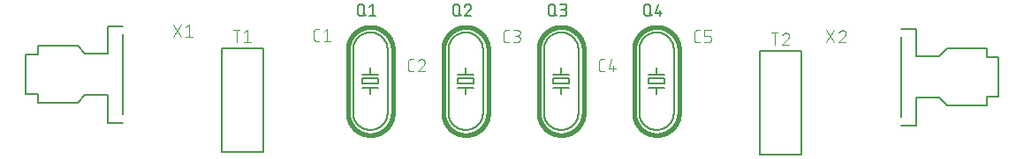
<source format=gbr>
G04 EAGLE Gerber RS-274X export*
G75*
%MOMM*%
%FSLAX34Y34*%
%LPD*%
%INSilkscreen Top*%
%IPPOS*%
%AMOC8*
5,1,8,0,0,1.08239X$1,22.5*%
G01*
%ADD10C,0.101600*%
%ADD11C,0.406400*%
%ADD12C,0.152400*%
%ADD13C,0.127000*%
%ADD14C,0.203200*%


D10*
X470521Y119888D02*
X467924Y119888D01*
X467825Y119890D01*
X467725Y119896D01*
X467626Y119905D01*
X467528Y119918D01*
X467430Y119935D01*
X467332Y119956D01*
X467236Y119981D01*
X467141Y120009D01*
X467047Y120041D01*
X466954Y120076D01*
X466862Y120115D01*
X466772Y120158D01*
X466684Y120203D01*
X466597Y120253D01*
X466513Y120305D01*
X466430Y120361D01*
X466350Y120419D01*
X466272Y120481D01*
X466197Y120546D01*
X466124Y120614D01*
X466054Y120684D01*
X465986Y120757D01*
X465921Y120832D01*
X465859Y120910D01*
X465801Y120990D01*
X465745Y121073D01*
X465693Y121157D01*
X465643Y121244D01*
X465598Y121332D01*
X465555Y121422D01*
X465516Y121514D01*
X465481Y121607D01*
X465449Y121701D01*
X465421Y121796D01*
X465396Y121892D01*
X465375Y121990D01*
X465358Y122088D01*
X465345Y122186D01*
X465336Y122285D01*
X465330Y122385D01*
X465328Y122484D01*
X465328Y128976D01*
X465330Y129075D01*
X465336Y129175D01*
X465345Y129274D01*
X465358Y129372D01*
X465375Y129470D01*
X465396Y129568D01*
X465421Y129664D01*
X465449Y129759D01*
X465481Y129853D01*
X465516Y129946D01*
X465555Y130038D01*
X465598Y130128D01*
X465643Y130216D01*
X465693Y130303D01*
X465745Y130387D01*
X465801Y130470D01*
X465859Y130550D01*
X465921Y130628D01*
X465986Y130703D01*
X466054Y130776D01*
X466124Y130846D01*
X466197Y130914D01*
X466272Y130979D01*
X466350Y131041D01*
X466430Y131099D01*
X466513Y131155D01*
X466597Y131207D01*
X466684Y131257D01*
X466772Y131302D01*
X466862Y131345D01*
X466954Y131384D01*
X467046Y131419D01*
X467141Y131451D01*
X467236Y131479D01*
X467332Y131504D01*
X467430Y131525D01*
X467528Y131542D01*
X467626Y131555D01*
X467725Y131564D01*
X467825Y131570D01*
X467924Y131572D01*
X470521Y131572D01*
X477483Y131572D02*
X474886Y122484D01*
X481377Y122484D01*
X479430Y125081D02*
X479430Y119888D01*
X559364Y147828D02*
X561961Y147828D01*
X559364Y147828D02*
X559265Y147830D01*
X559165Y147836D01*
X559066Y147845D01*
X558968Y147858D01*
X558870Y147875D01*
X558772Y147896D01*
X558676Y147921D01*
X558581Y147949D01*
X558487Y147981D01*
X558394Y148016D01*
X558302Y148055D01*
X558212Y148098D01*
X558124Y148143D01*
X558037Y148193D01*
X557953Y148245D01*
X557870Y148301D01*
X557790Y148359D01*
X557712Y148421D01*
X557637Y148486D01*
X557564Y148554D01*
X557494Y148624D01*
X557426Y148697D01*
X557361Y148772D01*
X557299Y148850D01*
X557241Y148930D01*
X557185Y149013D01*
X557133Y149097D01*
X557083Y149184D01*
X557038Y149272D01*
X556995Y149362D01*
X556956Y149454D01*
X556921Y149547D01*
X556889Y149641D01*
X556861Y149736D01*
X556836Y149832D01*
X556815Y149930D01*
X556798Y150028D01*
X556785Y150126D01*
X556776Y150225D01*
X556770Y150325D01*
X556768Y150424D01*
X556768Y156916D01*
X556770Y157015D01*
X556776Y157115D01*
X556785Y157214D01*
X556798Y157312D01*
X556815Y157410D01*
X556836Y157508D01*
X556861Y157604D01*
X556889Y157699D01*
X556921Y157793D01*
X556956Y157886D01*
X556995Y157978D01*
X557038Y158068D01*
X557083Y158156D01*
X557133Y158243D01*
X557185Y158327D01*
X557241Y158410D01*
X557299Y158490D01*
X557361Y158568D01*
X557426Y158643D01*
X557494Y158716D01*
X557564Y158786D01*
X557637Y158854D01*
X557712Y158919D01*
X557790Y158981D01*
X557870Y159039D01*
X557953Y159095D01*
X558037Y159147D01*
X558124Y159197D01*
X558212Y159242D01*
X558302Y159285D01*
X558394Y159324D01*
X558486Y159359D01*
X558581Y159391D01*
X558676Y159419D01*
X558772Y159444D01*
X558870Y159465D01*
X558968Y159482D01*
X559066Y159495D01*
X559165Y159504D01*
X559265Y159510D01*
X559364Y159512D01*
X561961Y159512D01*
X566326Y147828D02*
X570221Y147828D01*
X570320Y147830D01*
X570420Y147836D01*
X570519Y147845D01*
X570617Y147858D01*
X570715Y147875D01*
X570813Y147896D01*
X570909Y147921D01*
X571004Y147949D01*
X571098Y147981D01*
X571191Y148016D01*
X571283Y148055D01*
X571373Y148098D01*
X571461Y148143D01*
X571548Y148193D01*
X571632Y148245D01*
X571715Y148301D01*
X571795Y148359D01*
X571873Y148421D01*
X571948Y148486D01*
X572021Y148554D01*
X572091Y148624D01*
X572159Y148697D01*
X572224Y148772D01*
X572286Y148850D01*
X572344Y148930D01*
X572400Y149013D01*
X572452Y149097D01*
X572502Y149184D01*
X572547Y149272D01*
X572590Y149362D01*
X572629Y149454D01*
X572664Y149547D01*
X572696Y149641D01*
X572724Y149736D01*
X572749Y149832D01*
X572770Y149930D01*
X572787Y150028D01*
X572800Y150126D01*
X572809Y150225D01*
X572815Y150325D01*
X572817Y150424D01*
X572817Y151723D01*
X572815Y151822D01*
X572809Y151922D01*
X572800Y152021D01*
X572787Y152119D01*
X572770Y152217D01*
X572749Y152315D01*
X572724Y152411D01*
X572696Y152506D01*
X572664Y152600D01*
X572629Y152693D01*
X572590Y152785D01*
X572547Y152875D01*
X572502Y152963D01*
X572452Y153050D01*
X572400Y153134D01*
X572344Y153217D01*
X572286Y153297D01*
X572224Y153375D01*
X572159Y153450D01*
X572091Y153523D01*
X572021Y153593D01*
X571948Y153661D01*
X571873Y153726D01*
X571795Y153788D01*
X571715Y153846D01*
X571632Y153902D01*
X571548Y153954D01*
X571461Y154004D01*
X571373Y154049D01*
X571283Y154092D01*
X571191Y154131D01*
X571098Y154166D01*
X571004Y154198D01*
X570909Y154226D01*
X570813Y154251D01*
X570715Y154272D01*
X570617Y154289D01*
X570519Y154302D01*
X570420Y154311D01*
X570320Y154317D01*
X570221Y154319D01*
X566326Y154319D01*
X566326Y159512D01*
X572817Y159512D01*
X197471Y149098D02*
X194874Y149098D01*
X194775Y149100D01*
X194675Y149106D01*
X194576Y149115D01*
X194478Y149128D01*
X194380Y149145D01*
X194282Y149166D01*
X194186Y149191D01*
X194091Y149219D01*
X193997Y149251D01*
X193904Y149286D01*
X193812Y149325D01*
X193722Y149368D01*
X193634Y149413D01*
X193547Y149463D01*
X193463Y149515D01*
X193380Y149571D01*
X193300Y149629D01*
X193222Y149691D01*
X193147Y149756D01*
X193074Y149824D01*
X193004Y149894D01*
X192936Y149967D01*
X192871Y150042D01*
X192809Y150120D01*
X192751Y150200D01*
X192695Y150283D01*
X192643Y150367D01*
X192593Y150454D01*
X192548Y150542D01*
X192505Y150632D01*
X192466Y150724D01*
X192431Y150817D01*
X192399Y150911D01*
X192371Y151006D01*
X192346Y151102D01*
X192325Y151200D01*
X192308Y151298D01*
X192295Y151396D01*
X192286Y151495D01*
X192280Y151595D01*
X192278Y151694D01*
X192278Y158186D01*
X192280Y158285D01*
X192286Y158385D01*
X192295Y158484D01*
X192308Y158582D01*
X192325Y158680D01*
X192346Y158778D01*
X192371Y158874D01*
X192399Y158969D01*
X192431Y159063D01*
X192466Y159156D01*
X192505Y159248D01*
X192548Y159338D01*
X192593Y159426D01*
X192643Y159513D01*
X192695Y159597D01*
X192751Y159680D01*
X192809Y159760D01*
X192871Y159838D01*
X192936Y159913D01*
X193004Y159986D01*
X193074Y160056D01*
X193147Y160124D01*
X193222Y160189D01*
X193300Y160251D01*
X193380Y160309D01*
X193463Y160365D01*
X193547Y160417D01*
X193634Y160467D01*
X193722Y160512D01*
X193812Y160555D01*
X193904Y160594D01*
X193996Y160629D01*
X194091Y160661D01*
X194186Y160689D01*
X194282Y160714D01*
X194380Y160735D01*
X194478Y160752D01*
X194576Y160765D01*
X194675Y160774D01*
X194775Y160780D01*
X194874Y160782D01*
X197471Y160782D01*
X201836Y158186D02*
X205082Y160782D01*
X205082Y149098D01*
X208327Y149098D02*
X201836Y149098D01*
X285044Y119888D02*
X287641Y119888D01*
X285044Y119888D02*
X284945Y119890D01*
X284845Y119896D01*
X284746Y119905D01*
X284648Y119918D01*
X284550Y119935D01*
X284452Y119956D01*
X284356Y119981D01*
X284261Y120009D01*
X284167Y120041D01*
X284074Y120076D01*
X283982Y120115D01*
X283892Y120158D01*
X283804Y120203D01*
X283717Y120253D01*
X283633Y120305D01*
X283550Y120361D01*
X283470Y120419D01*
X283392Y120481D01*
X283317Y120546D01*
X283244Y120614D01*
X283174Y120684D01*
X283106Y120757D01*
X283041Y120832D01*
X282979Y120910D01*
X282921Y120990D01*
X282865Y121073D01*
X282813Y121157D01*
X282763Y121244D01*
X282718Y121332D01*
X282675Y121422D01*
X282636Y121514D01*
X282601Y121607D01*
X282569Y121701D01*
X282541Y121796D01*
X282516Y121892D01*
X282495Y121990D01*
X282478Y122088D01*
X282465Y122186D01*
X282456Y122285D01*
X282450Y122385D01*
X282448Y122484D01*
X282448Y128976D01*
X282450Y129075D01*
X282456Y129175D01*
X282465Y129274D01*
X282478Y129372D01*
X282495Y129470D01*
X282516Y129568D01*
X282541Y129664D01*
X282569Y129759D01*
X282601Y129853D01*
X282636Y129946D01*
X282675Y130038D01*
X282718Y130128D01*
X282763Y130216D01*
X282813Y130303D01*
X282865Y130387D01*
X282921Y130470D01*
X282979Y130550D01*
X283041Y130628D01*
X283106Y130703D01*
X283174Y130776D01*
X283244Y130846D01*
X283317Y130914D01*
X283392Y130979D01*
X283470Y131041D01*
X283550Y131099D01*
X283633Y131155D01*
X283717Y131207D01*
X283804Y131257D01*
X283892Y131302D01*
X283982Y131345D01*
X284074Y131384D01*
X284166Y131419D01*
X284261Y131451D01*
X284356Y131479D01*
X284452Y131504D01*
X284550Y131525D01*
X284648Y131542D01*
X284746Y131555D01*
X284845Y131564D01*
X284945Y131570D01*
X285044Y131572D01*
X287641Y131572D01*
X295576Y131572D02*
X295683Y131570D01*
X295789Y131564D01*
X295895Y131554D01*
X296001Y131541D01*
X296107Y131523D01*
X296211Y131502D01*
X296315Y131477D01*
X296418Y131448D01*
X296519Y131416D01*
X296619Y131379D01*
X296718Y131339D01*
X296816Y131296D01*
X296912Y131249D01*
X297006Y131198D01*
X297098Y131144D01*
X297188Y131087D01*
X297276Y131027D01*
X297361Y130963D01*
X297444Y130896D01*
X297525Y130826D01*
X297603Y130754D01*
X297679Y130678D01*
X297751Y130600D01*
X297821Y130519D01*
X297888Y130436D01*
X297952Y130351D01*
X298012Y130263D01*
X298069Y130173D01*
X298123Y130081D01*
X298174Y129987D01*
X298221Y129891D01*
X298264Y129793D01*
X298304Y129694D01*
X298341Y129594D01*
X298373Y129493D01*
X298402Y129390D01*
X298427Y129286D01*
X298448Y129182D01*
X298466Y129076D01*
X298479Y128970D01*
X298489Y128864D01*
X298495Y128758D01*
X298497Y128651D01*
X295576Y131572D02*
X295455Y131570D01*
X295334Y131564D01*
X295214Y131554D01*
X295093Y131541D01*
X294974Y131523D01*
X294854Y131502D01*
X294736Y131477D01*
X294619Y131448D01*
X294502Y131415D01*
X294387Y131379D01*
X294273Y131338D01*
X294160Y131295D01*
X294048Y131247D01*
X293939Y131196D01*
X293831Y131141D01*
X293724Y131083D01*
X293620Y131022D01*
X293518Y130957D01*
X293418Y130889D01*
X293320Y130818D01*
X293224Y130744D01*
X293131Y130667D01*
X293041Y130586D01*
X292953Y130503D01*
X292868Y130417D01*
X292785Y130328D01*
X292706Y130237D01*
X292629Y130143D01*
X292556Y130047D01*
X292486Y129949D01*
X292419Y129848D01*
X292355Y129745D01*
X292295Y129640D01*
X292238Y129533D01*
X292184Y129425D01*
X292134Y129315D01*
X292088Y129203D01*
X292045Y129090D01*
X292006Y128975D01*
X297524Y126379D02*
X297603Y126456D01*
X297679Y126537D01*
X297752Y126620D01*
X297822Y126705D01*
X297889Y126793D01*
X297953Y126883D01*
X298013Y126975D01*
X298070Y127070D01*
X298124Y127166D01*
X298175Y127264D01*
X298222Y127364D01*
X298266Y127466D01*
X298306Y127569D01*
X298342Y127673D01*
X298374Y127779D01*
X298403Y127885D01*
X298428Y127993D01*
X298450Y128101D01*
X298467Y128211D01*
X298481Y128320D01*
X298490Y128430D01*
X298496Y128541D01*
X298498Y128651D01*
X297524Y126379D02*
X292006Y119888D01*
X298497Y119888D01*
X376484Y147828D02*
X379081Y147828D01*
X376484Y147828D02*
X376385Y147830D01*
X376285Y147836D01*
X376186Y147845D01*
X376088Y147858D01*
X375990Y147875D01*
X375892Y147896D01*
X375796Y147921D01*
X375701Y147949D01*
X375607Y147981D01*
X375514Y148016D01*
X375422Y148055D01*
X375332Y148098D01*
X375244Y148143D01*
X375157Y148193D01*
X375073Y148245D01*
X374990Y148301D01*
X374910Y148359D01*
X374832Y148421D01*
X374757Y148486D01*
X374684Y148554D01*
X374614Y148624D01*
X374546Y148697D01*
X374481Y148772D01*
X374419Y148850D01*
X374361Y148930D01*
X374305Y149013D01*
X374253Y149097D01*
X374203Y149184D01*
X374158Y149272D01*
X374115Y149362D01*
X374076Y149454D01*
X374041Y149547D01*
X374009Y149641D01*
X373981Y149736D01*
X373956Y149832D01*
X373935Y149930D01*
X373918Y150028D01*
X373905Y150126D01*
X373896Y150225D01*
X373890Y150325D01*
X373888Y150424D01*
X373888Y156916D01*
X373890Y157015D01*
X373896Y157115D01*
X373905Y157214D01*
X373918Y157312D01*
X373935Y157410D01*
X373956Y157508D01*
X373981Y157604D01*
X374009Y157699D01*
X374041Y157793D01*
X374076Y157886D01*
X374115Y157978D01*
X374158Y158068D01*
X374203Y158156D01*
X374253Y158243D01*
X374305Y158327D01*
X374361Y158410D01*
X374419Y158490D01*
X374481Y158568D01*
X374546Y158643D01*
X374614Y158716D01*
X374684Y158786D01*
X374757Y158854D01*
X374832Y158919D01*
X374910Y158981D01*
X374990Y159039D01*
X375073Y159095D01*
X375157Y159147D01*
X375244Y159197D01*
X375332Y159242D01*
X375422Y159285D01*
X375514Y159324D01*
X375606Y159359D01*
X375701Y159391D01*
X375796Y159419D01*
X375892Y159444D01*
X375990Y159465D01*
X376088Y159482D01*
X376186Y159495D01*
X376285Y159504D01*
X376385Y159510D01*
X376484Y159512D01*
X379081Y159512D01*
X383446Y147828D02*
X386692Y147828D01*
X386805Y147830D01*
X386918Y147836D01*
X387031Y147846D01*
X387144Y147860D01*
X387256Y147877D01*
X387367Y147899D01*
X387477Y147924D01*
X387587Y147954D01*
X387695Y147987D01*
X387802Y148024D01*
X387908Y148064D01*
X388012Y148109D01*
X388115Y148157D01*
X388216Y148208D01*
X388315Y148263D01*
X388412Y148321D01*
X388507Y148383D01*
X388600Y148448D01*
X388690Y148516D01*
X388778Y148587D01*
X388864Y148662D01*
X388947Y148739D01*
X389027Y148819D01*
X389104Y148902D01*
X389179Y148988D01*
X389250Y149076D01*
X389318Y149166D01*
X389383Y149259D01*
X389445Y149354D01*
X389503Y149451D01*
X389558Y149550D01*
X389609Y149651D01*
X389657Y149754D01*
X389702Y149858D01*
X389742Y149964D01*
X389779Y150071D01*
X389812Y150179D01*
X389842Y150289D01*
X389867Y150399D01*
X389889Y150510D01*
X389906Y150622D01*
X389920Y150735D01*
X389930Y150848D01*
X389936Y150961D01*
X389938Y151074D01*
X389936Y151187D01*
X389930Y151300D01*
X389920Y151413D01*
X389906Y151526D01*
X389889Y151638D01*
X389867Y151749D01*
X389842Y151859D01*
X389812Y151969D01*
X389779Y152077D01*
X389742Y152184D01*
X389702Y152290D01*
X389657Y152394D01*
X389609Y152497D01*
X389558Y152598D01*
X389503Y152697D01*
X389445Y152794D01*
X389383Y152889D01*
X389318Y152982D01*
X389250Y153072D01*
X389179Y153160D01*
X389104Y153246D01*
X389027Y153329D01*
X388947Y153409D01*
X388864Y153486D01*
X388778Y153561D01*
X388690Y153632D01*
X388600Y153700D01*
X388507Y153765D01*
X388412Y153827D01*
X388315Y153885D01*
X388216Y153940D01*
X388115Y153991D01*
X388012Y154039D01*
X387908Y154084D01*
X387802Y154124D01*
X387695Y154161D01*
X387587Y154194D01*
X387477Y154224D01*
X387367Y154249D01*
X387256Y154271D01*
X387144Y154288D01*
X387031Y154302D01*
X386918Y154312D01*
X386805Y154318D01*
X386692Y154320D01*
X387341Y159512D02*
X383446Y159512D01*
X387341Y159512D02*
X387442Y159510D01*
X387542Y159504D01*
X387642Y159494D01*
X387742Y159481D01*
X387841Y159463D01*
X387940Y159442D01*
X388037Y159417D01*
X388134Y159388D01*
X388229Y159355D01*
X388323Y159319D01*
X388415Y159279D01*
X388506Y159236D01*
X388595Y159189D01*
X388682Y159139D01*
X388768Y159085D01*
X388851Y159028D01*
X388931Y158968D01*
X389010Y158905D01*
X389086Y158838D01*
X389159Y158769D01*
X389229Y158697D01*
X389297Y158623D01*
X389362Y158546D01*
X389423Y158466D01*
X389482Y158384D01*
X389537Y158300D01*
X389589Y158214D01*
X389638Y158126D01*
X389683Y158036D01*
X389725Y157944D01*
X389763Y157851D01*
X389797Y157756D01*
X389828Y157661D01*
X389855Y157564D01*
X389878Y157466D01*
X389898Y157367D01*
X389913Y157267D01*
X389925Y157167D01*
X389933Y157067D01*
X389937Y156966D01*
X389937Y156866D01*
X389933Y156765D01*
X389925Y156665D01*
X389913Y156565D01*
X389898Y156465D01*
X389878Y156366D01*
X389855Y156268D01*
X389828Y156171D01*
X389797Y156076D01*
X389763Y155981D01*
X389725Y155888D01*
X389683Y155796D01*
X389638Y155706D01*
X389589Y155618D01*
X389537Y155532D01*
X389482Y155448D01*
X389423Y155366D01*
X389362Y155286D01*
X389297Y155209D01*
X389229Y155135D01*
X389159Y155063D01*
X389086Y154994D01*
X389010Y154927D01*
X388931Y154864D01*
X388851Y154804D01*
X388768Y154747D01*
X388682Y154693D01*
X388595Y154643D01*
X388506Y154596D01*
X388415Y154553D01*
X388323Y154513D01*
X388229Y154477D01*
X388134Y154444D01*
X388037Y154415D01*
X387940Y154390D01*
X387841Y154369D01*
X387742Y154351D01*
X387642Y154338D01*
X387542Y154328D01*
X387442Y154322D01*
X387341Y154320D01*
X387341Y154319D02*
X384744Y154319D01*
D11*
X224790Y140970D02*
X224790Y80010D01*
X267970Y80010D02*
X267970Y140970D01*
D12*
X229870Y140970D02*
X229870Y80010D01*
X262890Y80010D02*
X262890Y140970D01*
X254000Y113030D02*
X254000Y107950D01*
X238760Y107950D01*
X238760Y113030D01*
X254000Y113030D01*
X254000Y104140D02*
X246380Y104140D01*
X238760Y104140D01*
X246380Y116840D02*
X254000Y116840D01*
X246380Y116840D02*
X238760Y116840D01*
X246380Y104140D02*
X246380Y97790D01*
X246380Y116840D02*
X246380Y123190D01*
D11*
X267970Y140970D02*
X267964Y141496D01*
X267944Y142021D01*
X267912Y142546D01*
X267868Y143070D01*
X267810Y143592D01*
X267740Y144114D01*
X267657Y144633D01*
X267562Y145150D01*
X267453Y145664D01*
X267333Y146176D01*
X267200Y146685D01*
X267055Y147190D01*
X266897Y147692D01*
X266727Y148189D01*
X266545Y148683D01*
X266352Y149171D01*
X266146Y149655D01*
X265929Y150134D01*
X265700Y150607D01*
X265459Y151075D01*
X265208Y151537D01*
X264945Y151992D01*
X264671Y152441D01*
X264386Y152883D01*
X264091Y153318D01*
X263785Y153745D01*
X263468Y154165D01*
X263142Y154577D01*
X262806Y154982D01*
X262460Y155377D01*
X262104Y155765D01*
X261739Y156143D01*
X261365Y156513D01*
X260982Y156873D01*
X260591Y157224D01*
X260191Y157565D01*
X259782Y157896D01*
X259366Y158218D01*
X258942Y158529D01*
X258511Y158830D01*
X258073Y159120D01*
X257627Y159399D01*
X257175Y159667D01*
X256716Y159925D01*
X256252Y160171D01*
X255781Y160406D01*
X255305Y160629D01*
X254824Y160840D01*
X254338Y161040D01*
X253847Y161228D01*
X253351Y161404D01*
X252851Y161567D01*
X252348Y161719D01*
X251841Y161858D01*
X251331Y161985D01*
X250817Y162099D01*
X250302Y162201D01*
X249783Y162290D01*
X249263Y162367D01*
X248741Y162430D01*
X248218Y162482D01*
X247694Y162520D01*
X247169Y162546D01*
X246643Y162558D01*
X246117Y162558D01*
X245591Y162546D01*
X245066Y162520D01*
X244542Y162482D01*
X244019Y162430D01*
X243497Y162367D01*
X242977Y162290D01*
X242458Y162201D01*
X241943Y162099D01*
X241429Y161985D01*
X240919Y161858D01*
X240412Y161719D01*
X239909Y161567D01*
X239409Y161404D01*
X238913Y161228D01*
X238422Y161040D01*
X237936Y160840D01*
X237455Y160629D01*
X236979Y160406D01*
X236508Y160171D01*
X236044Y159925D01*
X235585Y159667D01*
X235133Y159399D01*
X234687Y159120D01*
X234249Y158830D01*
X233818Y158529D01*
X233394Y158218D01*
X232978Y157896D01*
X232569Y157565D01*
X232169Y157224D01*
X231778Y156873D01*
X231395Y156513D01*
X231021Y156143D01*
X230656Y155765D01*
X230300Y155377D01*
X229954Y154982D01*
X229618Y154577D01*
X229292Y154165D01*
X228975Y153745D01*
X228669Y153318D01*
X228374Y152883D01*
X228089Y152441D01*
X227815Y151992D01*
X227552Y151537D01*
X227301Y151075D01*
X227060Y150607D01*
X226831Y150134D01*
X226614Y149655D01*
X226408Y149171D01*
X226215Y148683D01*
X226033Y148189D01*
X225863Y147692D01*
X225705Y147190D01*
X225560Y146685D01*
X225427Y146176D01*
X225307Y145664D01*
X225198Y145150D01*
X225103Y144633D01*
X225020Y144114D01*
X224950Y143592D01*
X224892Y143070D01*
X224848Y142546D01*
X224816Y142021D01*
X224796Y141496D01*
X224790Y140970D01*
X224790Y80010D02*
X224796Y79484D01*
X224816Y78959D01*
X224848Y78434D01*
X224892Y77910D01*
X224950Y77388D01*
X225020Y76866D01*
X225103Y76347D01*
X225198Y75830D01*
X225307Y75316D01*
X225427Y74804D01*
X225560Y74295D01*
X225705Y73790D01*
X225863Y73288D01*
X226033Y72791D01*
X226215Y72297D01*
X226408Y71809D01*
X226614Y71325D01*
X226831Y70846D01*
X227060Y70373D01*
X227301Y69905D01*
X227552Y69443D01*
X227815Y68988D01*
X228089Y68539D01*
X228374Y68097D01*
X228669Y67662D01*
X228975Y67235D01*
X229292Y66815D01*
X229618Y66403D01*
X229954Y65998D01*
X230300Y65603D01*
X230656Y65215D01*
X231021Y64837D01*
X231395Y64467D01*
X231778Y64107D01*
X232169Y63756D01*
X232569Y63415D01*
X232978Y63084D01*
X233394Y62762D01*
X233818Y62451D01*
X234249Y62150D01*
X234687Y61860D01*
X235133Y61581D01*
X235585Y61313D01*
X236044Y61055D01*
X236508Y60809D01*
X236979Y60574D01*
X237455Y60351D01*
X237936Y60140D01*
X238422Y59940D01*
X238913Y59752D01*
X239409Y59576D01*
X239909Y59413D01*
X240412Y59261D01*
X240919Y59122D01*
X241429Y58995D01*
X241943Y58881D01*
X242458Y58779D01*
X242977Y58690D01*
X243497Y58613D01*
X244019Y58550D01*
X244542Y58498D01*
X245066Y58460D01*
X245591Y58434D01*
X246117Y58422D01*
X246643Y58422D01*
X247169Y58434D01*
X247694Y58460D01*
X248218Y58498D01*
X248741Y58550D01*
X249263Y58613D01*
X249783Y58690D01*
X250302Y58779D01*
X250817Y58881D01*
X251331Y58995D01*
X251841Y59122D01*
X252348Y59261D01*
X252851Y59413D01*
X253351Y59576D01*
X253847Y59752D01*
X254338Y59940D01*
X254824Y60140D01*
X255305Y60351D01*
X255781Y60574D01*
X256252Y60809D01*
X256716Y61055D01*
X257175Y61313D01*
X257627Y61581D01*
X258073Y61860D01*
X258511Y62150D01*
X258942Y62451D01*
X259366Y62762D01*
X259782Y63084D01*
X260191Y63415D01*
X260591Y63756D01*
X260982Y64107D01*
X261365Y64467D01*
X261739Y64837D01*
X262104Y65215D01*
X262460Y65603D01*
X262806Y65998D01*
X263142Y66403D01*
X263468Y66815D01*
X263785Y67235D01*
X264091Y67662D01*
X264386Y68097D01*
X264671Y68539D01*
X264945Y68988D01*
X265208Y69443D01*
X265459Y69905D01*
X265700Y70373D01*
X265929Y70846D01*
X266146Y71325D01*
X266352Y71809D01*
X266545Y72297D01*
X266727Y72791D01*
X266897Y73288D01*
X267055Y73790D01*
X267200Y74295D01*
X267333Y74804D01*
X267453Y75316D01*
X267562Y75830D01*
X267657Y76347D01*
X267740Y76866D01*
X267810Y77388D01*
X267868Y77910D01*
X267912Y78434D01*
X267944Y78959D01*
X267964Y79484D01*
X267970Y80010D01*
D12*
X262890Y140970D02*
X262885Y141372D01*
X262870Y141774D01*
X262846Y142175D01*
X262812Y142576D01*
X262768Y142975D01*
X262714Y143374D01*
X262651Y143771D01*
X262578Y144166D01*
X262495Y144560D01*
X262403Y144951D01*
X262301Y145340D01*
X262190Y145727D01*
X262069Y146110D01*
X261940Y146491D01*
X261801Y146868D01*
X261652Y147242D01*
X261495Y147612D01*
X261329Y147978D01*
X261154Y148340D01*
X260970Y148697D01*
X260778Y149050D01*
X260577Y149398D01*
X260367Y149742D01*
X260149Y150080D01*
X259923Y150412D01*
X259689Y150739D01*
X259448Y151060D01*
X259198Y151376D01*
X258941Y151685D01*
X258676Y151987D01*
X258404Y152284D01*
X258125Y152573D01*
X257839Y152856D01*
X257546Y153131D01*
X257247Y153399D01*
X256941Y153660D01*
X256629Y153914D01*
X256311Y154160D01*
X255986Y154397D01*
X255657Y154627D01*
X255321Y154849D01*
X254981Y155063D01*
X254635Y155268D01*
X254284Y155465D01*
X253929Y155653D01*
X253569Y155833D01*
X253205Y156003D01*
X252837Y156165D01*
X252465Y156318D01*
X252090Y156461D01*
X251711Y156596D01*
X251329Y156721D01*
X250944Y156837D01*
X250556Y156943D01*
X250166Y157040D01*
X249773Y157128D01*
X249379Y157205D01*
X248983Y157274D01*
X248585Y157332D01*
X248186Y157381D01*
X247786Y157420D01*
X247385Y157449D01*
X246983Y157469D01*
X246581Y157479D01*
X246179Y157479D01*
X245777Y157469D01*
X245375Y157449D01*
X244974Y157420D01*
X244574Y157381D01*
X244175Y157332D01*
X243777Y157274D01*
X243381Y157205D01*
X242987Y157128D01*
X242594Y157040D01*
X242204Y156943D01*
X241816Y156837D01*
X241431Y156721D01*
X241049Y156596D01*
X240670Y156461D01*
X240295Y156318D01*
X239923Y156165D01*
X239555Y156003D01*
X239191Y155833D01*
X238831Y155653D01*
X238476Y155465D01*
X238125Y155268D01*
X237779Y155063D01*
X237439Y154849D01*
X237103Y154627D01*
X236774Y154397D01*
X236449Y154160D01*
X236131Y153914D01*
X235819Y153660D01*
X235513Y153399D01*
X235214Y153131D01*
X234921Y152856D01*
X234635Y152573D01*
X234356Y152284D01*
X234084Y151987D01*
X233819Y151685D01*
X233562Y151376D01*
X233312Y151060D01*
X233071Y150739D01*
X232837Y150412D01*
X232611Y150080D01*
X232393Y149742D01*
X232183Y149398D01*
X231982Y149050D01*
X231790Y148697D01*
X231606Y148340D01*
X231431Y147978D01*
X231265Y147612D01*
X231108Y147242D01*
X230959Y146868D01*
X230820Y146491D01*
X230691Y146110D01*
X230570Y145727D01*
X230459Y145340D01*
X230357Y144951D01*
X230265Y144560D01*
X230182Y144166D01*
X230109Y143771D01*
X230046Y143374D01*
X229992Y142975D01*
X229948Y142576D01*
X229914Y142175D01*
X229890Y141774D01*
X229875Y141372D01*
X229870Y140970D01*
X229870Y80010D02*
X229875Y79608D01*
X229890Y79206D01*
X229914Y78805D01*
X229948Y78404D01*
X229992Y78005D01*
X230046Y77606D01*
X230109Y77209D01*
X230182Y76814D01*
X230265Y76420D01*
X230357Y76029D01*
X230459Y75640D01*
X230570Y75253D01*
X230691Y74870D01*
X230820Y74489D01*
X230959Y74112D01*
X231108Y73738D01*
X231265Y73368D01*
X231431Y73002D01*
X231606Y72640D01*
X231790Y72283D01*
X231982Y71930D01*
X232183Y71582D01*
X232393Y71238D01*
X232611Y70900D01*
X232837Y70568D01*
X233071Y70241D01*
X233312Y69920D01*
X233562Y69604D01*
X233819Y69295D01*
X234084Y68993D01*
X234356Y68696D01*
X234635Y68407D01*
X234921Y68124D01*
X235214Y67849D01*
X235513Y67581D01*
X235819Y67320D01*
X236131Y67066D01*
X236449Y66820D01*
X236774Y66583D01*
X237103Y66353D01*
X237439Y66131D01*
X237779Y65917D01*
X238125Y65712D01*
X238476Y65515D01*
X238831Y65327D01*
X239191Y65147D01*
X239555Y64977D01*
X239923Y64815D01*
X240295Y64662D01*
X240670Y64519D01*
X241049Y64384D01*
X241431Y64259D01*
X241816Y64143D01*
X242204Y64037D01*
X242594Y63940D01*
X242987Y63852D01*
X243381Y63775D01*
X243777Y63706D01*
X244175Y63648D01*
X244574Y63599D01*
X244974Y63560D01*
X245375Y63531D01*
X245777Y63511D01*
X246179Y63501D01*
X246581Y63501D01*
X246983Y63511D01*
X247385Y63531D01*
X247786Y63560D01*
X248186Y63599D01*
X248585Y63648D01*
X248983Y63706D01*
X249379Y63775D01*
X249773Y63852D01*
X250166Y63940D01*
X250556Y64037D01*
X250944Y64143D01*
X251329Y64259D01*
X251711Y64384D01*
X252090Y64519D01*
X252465Y64662D01*
X252837Y64815D01*
X253205Y64977D01*
X253569Y65147D01*
X253929Y65327D01*
X254284Y65515D01*
X254635Y65712D01*
X254981Y65917D01*
X255321Y66131D01*
X255657Y66353D01*
X255986Y66583D01*
X256311Y66820D01*
X256629Y67066D01*
X256941Y67320D01*
X257247Y67581D01*
X257546Y67849D01*
X257839Y68124D01*
X258125Y68407D01*
X258404Y68696D01*
X258676Y68993D01*
X258941Y69295D01*
X259198Y69604D01*
X259448Y69920D01*
X259689Y70241D01*
X259923Y70568D01*
X260149Y70900D01*
X260367Y71238D01*
X260577Y71582D01*
X260778Y71930D01*
X260970Y72283D01*
X261154Y72640D01*
X261329Y73002D01*
X261495Y73368D01*
X261652Y73738D01*
X261801Y74112D01*
X261940Y74489D01*
X262069Y74870D01*
X262190Y75253D01*
X262301Y75640D01*
X262403Y76029D01*
X262495Y76420D01*
X262578Y76814D01*
X262651Y77209D01*
X262714Y77606D01*
X262768Y78005D01*
X262812Y78404D01*
X262846Y78805D01*
X262870Y79206D01*
X262885Y79608D01*
X262890Y80010D01*
D13*
X234315Y176530D02*
X234315Y181610D01*
X234317Y181721D01*
X234323Y181831D01*
X234332Y181942D01*
X234346Y182052D01*
X234363Y182161D01*
X234384Y182270D01*
X234409Y182378D01*
X234438Y182485D01*
X234470Y182591D01*
X234506Y182696D01*
X234546Y182799D01*
X234589Y182901D01*
X234636Y183002D01*
X234687Y183101D01*
X234740Y183198D01*
X234797Y183292D01*
X234858Y183385D01*
X234921Y183476D01*
X234988Y183565D01*
X235058Y183651D01*
X235131Y183734D01*
X235206Y183816D01*
X235284Y183894D01*
X235366Y183969D01*
X235449Y184042D01*
X235535Y184112D01*
X235624Y184179D01*
X235715Y184242D01*
X235808Y184303D01*
X235903Y184360D01*
X235999Y184413D01*
X236098Y184464D01*
X236199Y184511D01*
X236301Y184554D01*
X236404Y184594D01*
X236509Y184630D01*
X236615Y184662D01*
X236722Y184691D01*
X236830Y184716D01*
X236939Y184737D01*
X237048Y184754D01*
X237158Y184768D01*
X237269Y184777D01*
X237379Y184783D01*
X237490Y184785D01*
X237601Y184783D01*
X237711Y184777D01*
X237822Y184768D01*
X237932Y184754D01*
X238041Y184737D01*
X238150Y184716D01*
X238258Y184691D01*
X238365Y184662D01*
X238471Y184630D01*
X238576Y184594D01*
X238679Y184554D01*
X238781Y184511D01*
X238882Y184464D01*
X238981Y184413D01*
X239078Y184360D01*
X239172Y184303D01*
X239265Y184242D01*
X239356Y184179D01*
X239445Y184112D01*
X239531Y184042D01*
X239614Y183969D01*
X239696Y183894D01*
X239774Y183816D01*
X239849Y183734D01*
X239922Y183651D01*
X239992Y183565D01*
X240059Y183476D01*
X240122Y183385D01*
X240183Y183292D01*
X240240Y183198D01*
X240293Y183101D01*
X240344Y183002D01*
X240391Y182901D01*
X240434Y182799D01*
X240474Y182696D01*
X240510Y182591D01*
X240542Y182485D01*
X240571Y182378D01*
X240596Y182270D01*
X240617Y182161D01*
X240634Y182052D01*
X240648Y181942D01*
X240657Y181831D01*
X240663Y181721D01*
X240665Y181610D01*
X240665Y176530D01*
X240663Y176419D01*
X240657Y176309D01*
X240648Y176198D01*
X240634Y176088D01*
X240617Y175979D01*
X240596Y175870D01*
X240571Y175762D01*
X240542Y175655D01*
X240510Y175549D01*
X240474Y175444D01*
X240434Y175341D01*
X240391Y175239D01*
X240344Y175138D01*
X240293Y175039D01*
X240240Y174942D01*
X240183Y174848D01*
X240122Y174755D01*
X240059Y174664D01*
X239992Y174575D01*
X239922Y174489D01*
X239849Y174406D01*
X239774Y174324D01*
X239696Y174246D01*
X239614Y174171D01*
X239531Y174098D01*
X239445Y174028D01*
X239356Y173961D01*
X239265Y173898D01*
X239172Y173837D01*
X239077Y173780D01*
X238981Y173727D01*
X238882Y173676D01*
X238781Y173629D01*
X238679Y173586D01*
X238576Y173546D01*
X238471Y173510D01*
X238365Y173478D01*
X238258Y173449D01*
X238150Y173424D01*
X238041Y173403D01*
X237932Y173386D01*
X237822Y173372D01*
X237711Y173363D01*
X237601Y173357D01*
X237490Y173355D01*
X237379Y173357D01*
X237269Y173363D01*
X237158Y173372D01*
X237048Y173386D01*
X236939Y173403D01*
X236830Y173424D01*
X236722Y173449D01*
X236615Y173478D01*
X236509Y173510D01*
X236404Y173546D01*
X236301Y173586D01*
X236199Y173629D01*
X236098Y173676D01*
X235999Y173727D01*
X235903Y173780D01*
X235808Y173837D01*
X235715Y173898D01*
X235624Y173961D01*
X235535Y174028D01*
X235449Y174098D01*
X235366Y174171D01*
X235284Y174246D01*
X235206Y174324D01*
X235131Y174406D01*
X235058Y174489D01*
X234988Y174575D01*
X234921Y174664D01*
X234858Y174755D01*
X234797Y174848D01*
X234740Y174943D01*
X234687Y175039D01*
X234636Y175138D01*
X234589Y175239D01*
X234546Y175341D01*
X234506Y175444D01*
X234470Y175549D01*
X234438Y175655D01*
X234409Y175762D01*
X234384Y175870D01*
X234363Y175979D01*
X234346Y176088D01*
X234332Y176198D01*
X234323Y176309D01*
X234317Y176419D01*
X234315Y176530D01*
X239395Y175895D02*
X241935Y173355D01*
X245376Y182245D02*
X248551Y184785D01*
X248551Y173355D01*
X245376Y173355D02*
X251726Y173355D01*
D11*
X359410Y140970D02*
X359410Y80010D01*
X316230Y80010D02*
X316230Y140970D01*
D12*
X354330Y140970D02*
X354330Y80010D01*
X321310Y80010D02*
X321310Y140970D01*
X330200Y113030D02*
X330200Y107950D01*
X330200Y113030D02*
X345440Y113030D01*
X345440Y107950D01*
X330200Y107950D01*
X330200Y116840D02*
X337820Y116840D01*
X345440Y116840D01*
X337820Y104140D02*
X330200Y104140D01*
X337820Y104140D02*
X345440Y104140D01*
X337820Y116840D02*
X337820Y123190D01*
X337820Y104140D02*
X337820Y97790D01*
D11*
X316230Y80010D02*
X316236Y79484D01*
X316256Y78959D01*
X316288Y78434D01*
X316332Y77910D01*
X316390Y77388D01*
X316460Y76866D01*
X316543Y76347D01*
X316638Y75830D01*
X316747Y75316D01*
X316867Y74804D01*
X317000Y74295D01*
X317145Y73790D01*
X317303Y73288D01*
X317473Y72791D01*
X317655Y72297D01*
X317848Y71809D01*
X318054Y71325D01*
X318271Y70846D01*
X318500Y70373D01*
X318741Y69905D01*
X318992Y69443D01*
X319255Y68988D01*
X319529Y68539D01*
X319814Y68097D01*
X320109Y67662D01*
X320415Y67235D01*
X320732Y66815D01*
X321058Y66403D01*
X321394Y65998D01*
X321740Y65603D01*
X322096Y65215D01*
X322461Y64837D01*
X322835Y64467D01*
X323218Y64107D01*
X323609Y63756D01*
X324009Y63415D01*
X324418Y63084D01*
X324834Y62762D01*
X325258Y62451D01*
X325689Y62150D01*
X326127Y61860D01*
X326573Y61581D01*
X327025Y61313D01*
X327484Y61055D01*
X327948Y60809D01*
X328419Y60574D01*
X328895Y60351D01*
X329376Y60140D01*
X329862Y59940D01*
X330353Y59752D01*
X330849Y59576D01*
X331349Y59413D01*
X331852Y59261D01*
X332359Y59122D01*
X332869Y58995D01*
X333383Y58881D01*
X333898Y58779D01*
X334417Y58690D01*
X334937Y58613D01*
X335459Y58550D01*
X335982Y58498D01*
X336506Y58460D01*
X337031Y58434D01*
X337557Y58422D01*
X338083Y58422D01*
X338609Y58434D01*
X339134Y58460D01*
X339658Y58498D01*
X340181Y58550D01*
X340703Y58613D01*
X341223Y58690D01*
X341742Y58779D01*
X342257Y58881D01*
X342771Y58995D01*
X343281Y59122D01*
X343788Y59261D01*
X344291Y59413D01*
X344791Y59576D01*
X345287Y59752D01*
X345778Y59940D01*
X346264Y60140D01*
X346745Y60351D01*
X347221Y60574D01*
X347692Y60809D01*
X348156Y61055D01*
X348615Y61313D01*
X349067Y61581D01*
X349513Y61860D01*
X349951Y62150D01*
X350382Y62451D01*
X350806Y62762D01*
X351222Y63084D01*
X351631Y63415D01*
X352031Y63756D01*
X352422Y64107D01*
X352805Y64467D01*
X353179Y64837D01*
X353544Y65215D01*
X353900Y65603D01*
X354246Y65998D01*
X354582Y66403D01*
X354908Y66815D01*
X355225Y67235D01*
X355531Y67662D01*
X355826Y68097D01*
X356111Y68539D01*
X356385Y68988D01*
X356648Y69443D01*
X356899Y69905D01*
X357140Y70373D01*
X357369Y70846D01*
X357586Y71325D01*
X357792Y71809D01*
X357985Y72297D01*
X358167Y72791D01*
X358337Y73288D01*
X358495Y73790D01*
X358640Y74295D01*
X358773Y74804D01*
X358893Y75316D01*
X359002Y75830D01*
X359097Y76347D01*
X359180Y76866D01*
X359250Y77388D01*
X359308Y77910D01*
X359352Y78434D01*
X359384Y78959D01*
X359404Y79484D01*
X359410Y80010D01*
X359410Y140970D02*
X359404Y141496D01*
X359384Y142021D01*
X359352Y142546D01*
X359308Y143070D01*
X359250Y143592D01*
X359180Y144114D01*
X359097Y144633D01*
X359002Y145150D01*
X358893Y145664D01*
X358773Y146176D01*
X358640Y146685D01*
X358495Y147190D01*
X358337Y147692D01*
X358167Y148189D01*
X357985Y148683D01*
X357792Y149171D01*
X357586Y149655D01*
X357369Y150134D01*
X357140Y150607D01*
X356899Y151075D01*
X356648Y151537D01*
X356385Y151992D01*
X356111Y152441D01*
X355826Y152883D01*
X355531Y153318D01*
X355225Y153745D01*
X354908Y154165D01*
X354582Y154577D01*
X354246Y154982D01*
X353900Y155377D01*
X353544Y155765D01*
X353179Y156143D01*
X352805Y156513D01*
X352422Y156873D01*
X352031Y157224D01*
X351631Y157565D01*
X351222Y157896D01*
X350806Y158218D01*
X350382Y158529D01*
X349951Y158830D01*
X349513Y159120D01*
X349067Y159399D01*
X348615Y159667D01*
X348156Y159925D01*
X347692Y160171D01*
X347221Y160406D01*
X346745Y160629D01*
X346264Y160840D01*
X345778Y161040D01*
X345287Y161228D01*
X344791Y161404D01*
X344291Y161567D01*
X343788Y161719D01*
X343281Y161858D01*
X342771Y161985D01*
X342257Y162099D01*
X341742Y162201D01*
X341223Y162290D01*
X340703Y162367D01*
X340181Y162430D01*
X339658Y162482D01*
X339134Y162520D01*
X338609Y162546D01*
X338083Y162558D01*
X337557Y162558D01*
X337031Y162546D01*
X336506Y162520D01*
X335982Y162482D01*
X335459Y162430D01*
X334937Y162367D01*
X334417Y162290D01*
X333898Y162201D01*
X333383Y162099D01*
X332869Y161985D01*
X332359Y161858D01*
X331852Y161719D01*
X331349Y161567D01*
X330849Y161404D01*
X330353Y161228D01*
X329862Y161040D01*
X329376Y160840D01*
X328895Y160629D01*
X328419Y160406D01*
X327948Y160171D01*
X327484Y159925D01*
X327025Y159667D01*
X326573Y159399D01*
X326127Y159120D01*
X325689Y158830D01*
X325258Y158529D01*
X324834Y158218D01*
X324418Y157896D01*
X324009Y157565D01*
X323609Y157224D01*
X323218Y156873D01*
X322835Y156513D01*
X322461Y156143D01*
X322096Y155765D01*
X321740Y155377D01*
X321394Y154982D01*
X321058Y154577D01*
X320732Y154165D01*
X320415Y153745D01*
X320109Y153318D01*
X319814Y152883D01*
X319529Y152441D01*
X319255Y151992D01*
X318992Y151537D01*
X318741Y151075D01*
X318500Y150607D01*
X318271Y150134D01*
X318054Y149655D01*
X317848Y149171D01*
X317655Y148683D01*
X317473Y148189D01*
X317303Y147692D01*
X317145Y147190D01*
X317000Y146685D01*
X316867Y146176D01*
X316747Y145664D01*
X316638Y145150D01*
X316543Y144633D01*
X316460Y144114D01*
X316390Y143592D01*
X316332Y143070D01*
X316288Y142546D01*
X316256Y142021D01*
X316236Y141496D01*
X316230Y140970D01*
D12*
X321310Y80010D02*
X321315Y79608D01*
X321330Y79206D01*
X321354Y78805D01*
X321388Y78404D01*
X321432Y78005D01*
X321486Y77606D01*
X321549Y77209D01*
X321622Y76814D01*
X321705Y76420D01*
X321797Y76029D01*
X321899Y75640D01*
X322010Y75253D01*
X322131Y74870D01*
X322260Y74489D01*
X322399Y74112D01*
X322548Y73738D01*
X322705Y73368D01*
X322871Y73002D01*
X323046Y72640D01*
X323230Y72283D01*
X323422Y71930D01*
X323623Y71582D01*
X323833Y71238D01*
X324051Y70900D01*
X324277Y70568D01*
X324511Y70241D01*
X324752Y69920D01*
X325002Y69604D01*
X325259Y69295D01*
X325524Y68993D01*
X325796Y68696D01*
X326075Y68407D01*
X326361Y68124D01*
X326654Y67849D01*
X326953Y67581D01*
X327259Y67320D01*
X327571Y67066D01*
X327889Y66820D01*
X328214Y66583D01*
X328543Y66353D01*
X328879Y66131D01*
X329219Y65917D01*
X329565Y65712D01*
X329916Y65515D01*
X330271Y65327D01*
X330631Y65147D01*
X330995Y64977D01*
X331363Y64815D01*
X331735Y64662D01*
X332110Y64519D01*
X332489Y64384D01*
X332871Y64259D01*
X333256Y64143D01*
X333644Y64037D01*
X334034Y63940D01*
X334427Y63852D01*
X334821Y63775D01*
X335217Y63706D01*
X335615Y63648D01*
X336014Y63599D01*
X336414Y63560D01*
X336815Y63531D01*
X337217Y63511D01*
X337619Y63501D01*
X338021Y63501D01*
X338423Y63511D01*
X338825Y63531D01*
X339226Y63560D01*
X339626Y63599D01*
X340025Y63648D01*
X340423Y63706D01*
X340819Y63775D01*
X341213Y63852D01*
X341606Y63940D01*
X341996Y64037D01*
X342384Y64143D01*
X342769Y64259D01*
X343151Y64384D01*
X343530Y64519D01*
X343905Y64662D01*
X344277Y64815D01*
X344645Y64977D01*
X345009Y65147D01*
X345369Y65327D01*
X345724Y65515D01*
X346075Y65712D01*
X346421Y65917D01*
X346761Y66131D01*
X347097Y66353D01*
X347426Y66583D01*
X347751Y66820D01*
X348069Y67066D01*
X348381Y67320D01*
X348687Y67581D01*
X348986Y67849D01*
X349279Y68124D01*
X349565Y68407D01*
X349844Y68696D01*
X350116Y68993D01*
X350381Y69295D01*
X350638Y69604D01*
X350888Y69920D01*
X351129Y70241D01*
X351363Y70568D01*
X351589Y70900D01*
X351807Y71238D01*
X352017Y71582D01*
X352218Y71930D01*
X352410Y72283D01*
X352594Y72640D01*
X352769Y73002D01*
X352935Y73368D01*
X353092Y73738D01*
X353241Y74112D01*
X353380Y74489D01*
X353509Y74870D01*
X353630Y75253D01*
X353741Y75640D01*
X353843Y76029D01*
X353935Y76420D01*
X354018Y76814D01*
X354091Y77209D01*
X354154Y77606D01*
X354208Y78005D01*
X354252Y78404D01*
X354286Y78805D01*
X354310Y79206D01*
X354325Y79608D01*
X354330Y80010D01*
X354330Y140970D02*
X354325Y141372D01*
X354310Y141774D01*
X354286Y142175D01*
X354252Y142576D01*
X354208Y142975D01*
X354154Y143374D01*
X354091Y143771D01*
X354018Y144166D01*
X353935Y144560D01*
X353843Y144951D01*
X353741Y145340D01*
X353630Y145727D01*
X353509Y146110D01*
X353380Y146491D01*
X353241Y146868D01*
X353092Y147242D01*
X352935Y147612D01*
X352769Y147978D01*
X352594Y148340D01*
X352410Y148697D01*
X352218Y149050D01*
X352017Y149398D01*
X351807Y149742D01*
X351589Y150080D01*
X351363Y150412D01*
X351129Y150739D01*
X350888Y151060D01*
X350638Y151376D01*
X350381Y151685D01*
X350116Y151987D01*
X349844Y152284D01*
X349565Y152573D01*
X349279Y152856D01*
X348986Y153131D01*
X348687Y153399D01*
X348381Y153660D01*
X348069Y153914D01*
X347751Y154160D01*
X347426Y154397D01*
X347097Y154627D01*
X346761Y154849D01*
X346421Y155063D01*
X346075Y155268D01*
X345724Y155465D01*
X345369Y155653D01*
X345009Y155833D01*
X344645Y156003D01*
X344277Y156165D01*
X343905Y156318D01*
X343530Y156461D01*
X343151Y156596D01*
X342769Y156721D01*
X342384Y156837D01*
X341996Y156943D01*
X341606Y157040D01*
X341213Y157128D01*
X340819Y157205D01*
X340423Y157274D01*
X340025Y157332D01*
X339626Y157381D01*
X339226Y157420D01*
X338825Y157449D01*
X338423Y157469D01*
X338021Y157479D01*
X337619Y157479D01*
X337217Y157469D01*
X336815Y157449D01*
X336414Y157420D01*
X336014Y157381D01*
X335615Y157332D01*
X335217Y157274D01*
X334821Y157205D01*
X334427Y157128D01*
X334034Y157040D01*
X333644Y156943D01*
X333256Y156837D01*
X332871Y156721D01*
X332489Y156596D01*
X332110Y156461D01*
X331735Y156318D01*
X331363Y156165D01*
X330995Y156003D01*
X330631Y155833D01*
X330271Y155653D01*
X329916Y155465D01*
X329565Y155268D01*
X329219Y155063D01*
X328879Y154849D01*
X328543Y154627D01*
X328214Y154397D01*
X327889Y154160D01*
X327571Y153914D01*
X327259Y153660D01*
X326953Y153399D01*
X326654Y153131D01*
X326361Y152856D01*
X326075Y152573D01*
X325796Y152284D01*
X325524Y151987D01*
X325259Y151685D01*
X325002Y151376D01*
X324752Y151060D01*
X324511Y150739D01*
X324277Y150412D01*
X324051Y150080D01*
X323833Y149742D01*
X323623Y149398D01*
X323422Y149050D01*
X323230Y148697D01*
X323046Y148340D01*
X322871Y147978D01*
X322705Y147612D01*
X322548Y147242D01*
X322399Y146868D01*
X322260Y146491D01*
X322131Y146110D01*
X322010Y145727D01*
X321899Y145340D01*
X321797Y144951D01*
X321705Y144560D01*
X321622Y144166D01*
X321549Y143771D01*
X321486Y143374D01*
X321432Y142975D01*
X321388Y142576D01*
X321354Y142175D01*
X321330Y141774D01*
X321315Y141372D01*
X321310Y140970D01*
D13*
X325755Y176530D02*
X325755Y181610D01*
X325757Y181721D01*
X325763Y181831D01*
X325772Y181942D01*
X325786Y182052D01*
X325803Y182161D01*
X325824Y182270D01*
X325849Y182378D01*
X325878Y182485D01*
X325910Y182591D01*
X325946Y182696D01*
X325986Y182799D01*
X326029Y182901D01*
X326076Y183002D01*
X326127Y183101D01*
X326180Y183198D01*
X326237Y183292D01*
X326298Y183385D01*
X326361Y183476D01*
X326428Y183565D01*
X326498Y183651D01*
X326571Y183734D01*
X326646Y183816D01*
X326724Y183894D01*
X326806Y183969D01*
X326889Y184042D01*
X326975Y184112D01*
X327064Y184179D01*
X327155Y184242D01*
X327248Y184303D01*
X327343Y184360D01*
X327439Y184413D01*
X327538Y184464D01*
X327639Y184511D01*
X327741Y184554D01*
X327844Y184594D01*
X327949Y184630D01*
X328055Y184662D01*
X328162Y184691D01*
X328270Y184716D01*
X328379Y184737D01*
X328488Y184754D01*
X328598Y184768D01*
X328709Y184777D01*
X328819Y184783D01*
X328930Y184785D01*
X329041Y184783D01*
X329151Y184777D01*
X329262Y184768D01*
X329372Y184754D01*
X329481Y184737D01*
X329590Y184716D01*
X329698Y184691D01*
X329805Y184662D01*
X329911Y184630D01*
X330016Y184594D01*
X330119Y184554D01*
X330221Y184511D01*
X330322Y184464D01*
X330421Y184413D01*
X330518Y184360D01*
X330612Y184303D01*
X330705Y184242D01*
X330796Y184179D01*
X330885Y184112D01*
X330971Y184042D01*
X331054Y183969D01*
X331136Y183894D01*
X331214Y183816D01*
X331289Y183734D01*
X331362Y183651D01*
X331432Y183565D01*
X331499Y183476D01*
X331562Y183385D01*
X331623Y183292D01*
X331680Y183198D01*
X331733Y183101D01*
X331784Y183002D01*
X331831Y182901D01*
X331874Y182799D01*
X331914Y182696D01*
X331950Y182591D01*
X331982Y182485D01*
X332011Y182378D01*
X332036Y182270D01*
X332057Y182161D01*
X332074Y182052D01*
X332088Y181942D01*
X332097Y181831D01*
X332103Y181721D01*
X332105Y181610D01*
X332105Y176530D01*
X332103Y176419D01*
X332097Y176309D01*
X332088Y176198D01*
X332074Y176088D01*
X332057Y175979D01*
X332036Y175870D01*
X332011Y175762D01*
X331982Y175655D01*
X331950Y175549D01*
X331914Y175444D01*
X331874Y175341D01*
X331831Y175239D01*
X331784Y175138D01*
X331733Y175039D01*
X331680Y174942D01*
X331623Y174848D01*
X331562Y174755D01*
X331499Y174664D01*
X331432Y174575D01*
X331362Y174489D01*
X331289Y174406D01*
X331214Y174324D01*
X331136Y174246D01*
X331054Y174171D01*
X330971Y174098D01*
X330885Y174028D01*
X330796Y173961D01*
X330705Y173898D01*
X330612Y173837D01*
X330517Y173780D01*
X330421Y173727D01*
X330322Y173676D01*
X330221Y173629D01*
X330119Y173586D01*
X330016Y173546D01*
X329911Y173510D01*
X329805Y173478D01*
X329698Y173449D01*
X329590Y173424D01*
X329481Y173403D01*
X329372Y173386D01*
X329262Y173372D01*
X329151Y173363D01*
X329041Y173357D01*
X328930Y173355D01*
X328819Y173357D01*
X328709Y173363D01*
X328598Y173372D01*
X328488Y173386D01*
X328379Y173403D01*
X328270Y173424D01*
X328162Y173449D01*
X328055Y173478D01*
X327949Y173510D01*
X327844Y173546D01*
X327741Y173586D01*
X327639Y173629D01*
X327538Y173676D01*
X327439Y173727D01*
X327343Y173780D01*
X327248Y173837D01*
X327155Y173898D01*
X327064Y173961D01*
X326975Y174028D01*
X326889Y174098D01*
X326806Y174171D01*
X326724Y174246D01*
X326646Y174324D01*
X326571Y174406D01*
X326498Y174489D01*
X326428Y174575D01*
X326361Y174664D01*
X326298Y174755D01*
X326237Y174848D01*
X326180Y174943D01*
X326127Y175039D01*
X326076Y175138D01*
X326029Y175239D01*
X325986Y175341D01*
X325946Y175444D01*
X325910Y175549D01*
X325878Y175655D01*
X325849Y175762D01*
X325824Y175870D01*
X325803Y175979D01*
X325786Y176088D01*
X325772Y176198D01*
X325763Y176309D01*
X325757Y176419D01*
X325755Y176530D01*
X330835Y175895D02*
X333375Y173355D01*
X343166Y181928D02*
X343164Y182032D01*
X343158Y182137D01*
X343149Y182241D01*
X343136Y182344D01*
X343118Y182447D01*
X343098Y182549D01*
X343073Y182651D01*
X343045Y182751D01*
X343013Y182851D01*
X342977Y182949D01*
X342938Y183046D01*
X342896Y183141D01*
X342850Y183235D01*
X342800Y183327D01*
X342748Y183417D01*
X342692Y183505D01*
X342632Y183591D01*
X342570Y183675D01*
X342505Y183756D01*
X342437Y183835D01*
X342365Y183912D01*
X342292Y183985D01*
X342215Y184057D01*
X342136Y184125D01*
X342055Y184190D01*
X341971Y184252D01*
X341885Y184312D01*
X341797Y184368D01*
X341707Y184420D01*
X341615Y184470D01*
X341521Y184516D01*
X341426Y184558D01*
X341329Y184597D01*
X341231Y184633D01*
X341131Y184665D01*
X341031Y184693D01*
X340929Y184718D01*
X340827Y184738D01*
X340724Y184756D01*
X340621Y184769D01*
X340517Y184778D01*
X340412Y184784D01*
X340308Y184786D01*
X340308Y184785D02*
X340190Y184783D01*
X340071Y184777D01*
X339953Y184768D01*
X339836Y184755D01*
X339719Y184737D01*
X339602Y184717D01*
X339486Y184692D01*
X339371Y184664D01*
X339258Y184631D01*
X339145Y184596D01*
X339033Y184556D01*
X338923Y184514D01*
X338814Y184467D01*
X338706Y184417D01*
X338601Y184364D01*
X338497Y184307D01*
X338395Y184247D01*
X338295Y184184D01*
X338197Y184117D01*
X338101Y184048D01*
X338008Y183975D01*
X337917Y183899D01*
X337828Y183821D01*
X337742Y183739D01*
X337659Y183655D01*
X337578Y183569D01*
X337501Y183479D01*
X337426Y183388D01*
X337354Y183294D01*
X337285Y183197D01*
X337220Y183099D01*
X337157Y182998D01*
X337098Y182895D01*
X337042Y182791D01*
X336990Y182685D01*
X336941Y182577D01*
X336896Y182468D01*
X336854Y182357D01*
X336816Y182245D01*
X342213Y179706D02*
X342289Y179781D01*
X342364Y179860D01*
X342435Y179941D01*
X342504Y180025D01*
X342569Y180111D01*
X342631Y180199D01*
X342691Y180289D01*
X342747Y180381D01*
X342800Y180476D01*
X342849Y180572D01*
X342895Y180670D01*
X342938Y180769D01*
X342977Y180870D01*
X343012Y180972D01*
X343044Y181075D01*
X343072Y181179D01*
X343097Y181284D01*
X343118Y181391D01*
X343135Y181497D01*
X343148Y181604D01*
X343157Y181712D01*
X343163Y181820D01*
X343165Y181928D01*
X342213Y179705D02*
X336816Y173355D01*
X343166Y173355D01*
D11*
X407670Y140970D02*
X407670Y80010D01*
X450850Y80010D02*
X450850Y140970D01*
D12*
X412750Y140970D02*
X412750Y80010D01*
X445770Y80010D02*
X445770Y140970D01*
X436880Y113030D02*
X436880Y107950D01*
X421640Y107950D01*
X421640Y113030D01*
X436880Y113030D01*
X436880Y104140D02*
X429260Y104140D01*
X421640Y104140D01*
X429260Y116840D02*
X436880Y116840D01*
X429260Y116840D02*
X421640Y116840D01*
X429260Y104140D02*
X429260Y97790D01*
X429260Y116840D02*
X429260Y123190D01*
D11*
X450850Y140970D02*
X450844Y141496D01*
X450824Y142021D01*
X450792Y142546D01*
X450748Y143070D01*
X450690Y143592D01*
X450620Y144114D01*
X450537Y144633D01*
X450442Y145150D01*
X450333Y145664D01*
X450213Y146176D01*
X450080Y146685D01*
X449935Y147190D01*
X449777Y147692D01*
X449607Y148189D01*
X449425Y148683D01*
X449232Y149171D01*
X449026Y149655D01*
X448809Y150134D01*
X448580Y150607D01*
X448339Y151075D01*
X448088Y151537D01*
X447825Y151992D01*
X447551Y152441D01*
X447266Y152883D01*
X446971Y153318D01*
X446665Y153745D01*
X446348Y154165D01*
X446022Y154577D01*
X445686Y154982D01*
X445340Y155377D01*
X444984Y155765D01*
X444619Y156143D01*
X444245Y156513D01*
X443862Y156873D01*
X443471Y157224D01*
X443071Y157565D01*
X442662Y157896D01*
X442246Y158218D01*
X441822Y158529D01*
X441391Y158830D01*
X440953Y159120D01*
X440507Y159399D01*
X440055Y159667D01*
X439596Y159925D01*
X439132Y160171D01*
X438661Y160406D01*
X438185Y160629D01*
X437704Y160840D01*
X437218Y161040D01*
X436727Y161228D01*
X436231Y161404D01*
X435731Y161567D01*
X435228Y161719D01*
X434721Y161858D01*
X434211Y161985D01*
X433697Y162099D01*
X433182Y162201D01*
X432663Y162290D01*
X432143Y162367D01*
X431621Y162430D01*
X431098Y162482D01*
X430574Y162520D01*
X430049Y162546D01*
X429523Y162558D01*
X428997Y162558D01*
X428471Y162546D01*
X427946Y162520D01*
X427422Y162482D01*
X426899Y162430D01*
X426377Y162367D01*
X425857Y162290D01*
X425338Y162201D01*
X424823Y162099D01*
X424309Y161985D01*
X423799Y161858D01*
X423292Y161719D01*
X422789Y161567D01*
X422289Y161404D01*
X421793Y161228D01*
X421302Y161040D01*
X420816Y160840D01*
X420335Y160629D01*
X419859Y160406D01*
X419388Y160171D01*
X418924Y159925D01*
X418465Y159667D01*
X418013Y159399D01*
X417567Y159120D01*
X417129Y158830D01*
X416698Y158529D01*
X416274Y158218D01*
X415858Y157896D01*
X415449Y157565D01*
X415049Y157224D01*
X414658Y156873D01*
X414275Y156513D01*
X413901Y156143D01*
X413536Y155765D01*
X413180Y155377D01*
X412834Y154982D01*
X412498Y154577D01*
X412172Y154165D01*
X411855Y153745D01*
X411549Y153318D01*
X411254Y152883D01*
X410969Y152441D01*
X410695Y151992D01*
X410432Y151537D01*
X410181Y151075D01*
X409940Y150607D01*
X409711Y150134D01*
X409494Y149655D01*
X409288Y149171D01*
X409095Y148683D01*
X408913Y148189D01*
X408743Y147692D01*
X408585Y147190D01*
X408440Y146685D01*
X408307Y146176D01*
X408187Y145664D01*
X408078Y145150D01*
X407983Y144633D01*
X407900Y144114D01*
X407830Y143592D01*
X407772Y143070D01*
X407728Y142546D01*
X407696Y142021D01*
X407676Y141496D01*
X407670Y140970D01*
X407670Y80010D02*
X407676Y79484D01*
X407696Y78959D01*
X407728Y78434D01*
X407772Y77910D01*
X407830Y77388D01*
X407900Y76866D01*
X407983Y76347D01*
X408078Y75830D01*
X408187Y75316D01*
X408307Y74804D01*
X408440Y74295D01*
X408585Y73790D01*
X408743Y73288D01*
X408913Y72791D01*
X409095Y72297D01*
X409288Y71809D01*
X409494Y71325D01*
X409711Y70846D01*
X409940Y70373D01*
X410181Y69905D01*
X410432Y69443D01*
X410695Y68988D01*
X410969Y68539D01*
X411254Y68097D01*
X411549Y67662D01*
X411855Y67235D01*
X412172Y66815D01*
X412498Y66403D01*
X412834Y65998D01*
X413180Y65603D01*
X413536Y65215D01*
X413901Y64837D01*
X414275Y64467D01*
X414658Y64107D01*
X415049Y63756D01*
X415449Y63415D01*
X415858Y63084D01*
X416274Y62762D01*
X416698Y62451D01*
X417129Y62150D01*
X417567Y61860D01*
X418013Y61581D01*
X418465Y61313D01*
X418924Y61055D01*
X419388Y60809D01*
X419859Y60574D01*
X420335Y60351D01*
X420816Y60140D01*
X421302Y59940D01*
X421793Y59752D01*
X422289Y59576D01*
X422789Y59413D01*
X423292Y59261D01*
X423799Y59122D01*
X424309Y58995D01*
X424823Y58881D01*
X425338Y58779D01*
X425857Y58690D01*
X426377Y58613D01*
X426899Y58550D01*
X427422Y58498D01*
X427946Y58460D01*
X428471Y58434D01*
X428997Y58422D01*
X429523Y58422D01*
X430049Y58434D01*
X430574Y58460D01*
X431098Y58498D01*
X431621Y58550D01*
X432143Y58613D01*
X432663Y58690D01*
X433182Y58779D01*
X433697Y58881D01*
X434211Y58995D01*
X434721Y59122D01*
X435228Y59261D01*
X435731Y59413D01*
X436231Y59576D01*
X436727Y59752D01*
X437218Y59940D01*
X437704Y60140D01*
X438185Y60351D01*
X438661Y60574D01*
X439132Y60809D01*
X439596Y61055D01*
X440055Y61313D01*
X440507Y61581D01*
X440953Y61860D01*
X441391Y62150D01*
X441822Y62451D01*
X442246Y62762D01*
X442662Y63084D01*
X443071Y63415D01*
X443471Y63756D01*
X443862Y64107D01*
X444245Y64467D01*
X444619Y64837D01*
X444984Y65215D01*
X445340Y65603D01*
X445686Y65998D01*
X446022Y66403D01*
X446348Y66815D01*
X446665Y67235D01*
X446971Y67662D01*
X447266Y68097D01*
X447551Y68539D01*
X447825Y68988D01*
X448088Y69443D01*
X448339Y69905D01*
X448580Y70373D01*
X448809Y70846D01*
X449026Y71325D01*
X449232Y71809D01*
X449425Y72297D01*
X449607Y72791D01*
X449777Y73288D01*
X449935Y73790D01*
X450080Y74295D01*
X450213Y74804D01*
X450333Y75316D01*
X450442Y75830D01*
X450537Y76347D01*
X450620Y76866D01*
X450690Y77388D01*
X450748Y77910D01*
X450792Y78434D01*
X450824Y78959D01*
X450844Y79484D01*
X450850Y80010D01*
D12*
X445770Y140970D02*
X445765Y141372D01*
X445750Y141774D01*
X445726Y142175D01*
X445692Y142576D01*
X445648Y142975D01*
X445594Y143374D01*
X445531Y143771D01*
X445458Y144166D01*
X445375Y144560D01*
X445283Y144951D01*
X445181Y145340D01*
X445070Y145727D01*
X444949Y146110D01*
X444820Y146491D01*
X444681Y146868D01*
X444532Y147242D01*
X444375Y147612D01*
X444209Y147978D01*
X444034Y148340D01*
X443850Y148697D01*
X443658Y149050D01*
X443457Y149398D01*
X443247Y149742D01*
X443029Y150080D01*
X442803Y150412D01*
X442569Y150739D01*
X442328Y151060D01*
X442078Y151376D01*
X441821Y151685D01*
X441556Y151987D01*
X441284Y152284D01*
X441005Y152573D01*
X440719Y152856D01*
X440426Y153131D01*
X440127Y153399D01*
X439821Y153660D01*
X439509Y153914D01*
X439191Y154160D01*
X438866Y154397D01*
X438537Y154627D01*
X438201Y154849D01*
X437861Y155063D01*
X437515Y155268D01*
X437164Y155465D01*
X436809Y155653D01*
X436449Y155833D01*
X436085Y156003D01*
X435717Y156165D01*
X435345Y156318D01*
X434970Y156461D01*
X434591Y156596D01*
X434209Y156721D01*
X433824Y156837D01*
X433436Y156943D01*
X433046Y157040D01*
X432653Y157128D01*
X432259Y157205D01*
X431863Y157274D01*
X431465Y157332D01*
X431066Y157381D01*
X430666Y157420D01*
X430265Y157449D01*
X429863Y157469D01*
X429461Y157479D01*
X429059Y157479D01*
X428657Y157469D01*
X428255Y157449D01*
X427854Y157420D01*
X427454Y157381D01*
X427055Y157332D01*
X426657Y157274D01*
X426261Y157205D01*
X425867Y157128D01*
X425474Y157040D01*
X425084Y156943D01*
X424696Y156837D01*
X424311Y156721D01*
X423929Y156596D01*
X423550Y156461D01*
X423175Y156318D01*
X422803Y156165D01*
X422435Y156003D01*
X422071Y155833D01*
X421711Y155653D01*
X421356Y155465D01*
X421005Y155268D01*
X420659Y155063D01*
X420319Y154849D01*
X419983Y154627D01*
X419654Y154397D01*
X419329Y154160D01*
X419011Y153914D01*
X418699Y153660D01*
X418393Y153399D01*
X418094Y153131D01*
X417801Y152856D01*
X417515Y152573D01*
X417236Y152284D01*
X416964Y151987D01*
X416699Y151685D01*
X416442Y151376D01*
X416192Y151060D01*
X415951Y150739D01*
X415717Y150412D01*
X415491Y150080D01*
X415273Y149742D01*
X415063Y149398D01*
X414862Y149050D01*
X414670Y148697D01*
X414486Y148340D01*
X414311Y147978D01*
X414145Y147612D01*
X413988Y147242D01*
X413839Y146868D01*
X413700Y146491D01*
X413571Y146110D01*
X413450Y145727D01*
X413339Y145340D01*
X413237Y144951D01*
X413145Y144560D01*
X413062Y144166D01*
X412989Y143771D01*
X412926Y143374D01*
X412872Y142975D01*
X412828Y142576D01*
X412794Y142175D01*
X412770Y141774D01*
X412755Y141372D01*
X412750Y140970D01*
X412750Y80010D02*
X412755Y79608D01*
X412770Y79206D01*
X412794Y78805D01*
X412828Y78404D01*
X412872Y78005D01*
X412926Y77606D01*
X412989Y77209D01*
X413062Y76814D01*
X413145Y76420D01*
X413237Y76029D01*
X413339Y75640D01*
X413450Y75253D01*
X413571Y74870D01*
X413700Y74489D01*
X413839Y74112D01*
X413988Y73738D01*
X414145Y73368D01*
X414311Y73002D01*
X414486Y72640D01*
X414670Y72283D01*
X414862Y71930D01*
X415063Y71582D01*
X415273Y71238D01*
X415491Y70900D01*
X415717Y70568D01*
X415951Y70241D01*
X416192Y69920D01*
X416442Y69604D01*
X416699Y69295D01*
X416964Y68993D01*
X417236Y68696D01*
X417515Y68407D01*
X417801Y68124D01*
X418094Y67849D01*
X418393Y67581D01*
X418699Y67320D01*
X419011Y67066D01*
X419329Y66820D01*
X419654Y66583D01*
X419983Y66353D01*
X420319Y66131D01*
X420659Y65917D01*
X421005Y65712D01*
X421356Y65515D01*
X421711Y65327D01*
X422071Y65147D01*
X422435Y64977D01*
X422803Y64815D01*
X423175Y64662D01*
X423550Y64519D01*
X423929Y64384D01*
X424311Y64259D01*
X424696Y64143D01*
X425084Y64037D01*
X425474Y63940D01*
X425867Y63852D01*
X426261Y63775D01*
X426657Y63706D01*
X427055Y63648D01*
X427454Y63599D01*
X427854Y63560D01*
X428255Y63531D01*
X428657Y63511D01*
X429059Y63501D01*
X429461Y63501D01*
X429863Y63511D01*
X430265Y63531D01*
X430666Y63560D01*
X431066Y63599D01*
X431465Y63648D01*
X431863Y63706D01*
X432259Y63775D01*
X432653Y63852D01*
X433046Y63940D01*
X433436Y64037D01*
X433824Y64143D01*
X434209Y64259D01*
X434591Y64384D01*
X434970Y64519D01*
X435345Y64662D01*
X435717Y64815D01*
X436085Y64977D01*
X436449Y65147D01*
X436809Y65327D01*
X437164Y65515D01*
X437515Y65712D01*
X437861Y65917D01*
X438201Y66131D01*
X438537Y66353D01*
X438866Y66583D01*
X439191Y66820D01*
X439509Y67066D01*
X439821Y67320D01*
X440127Y67581D01*
X440426Y67849D01*
X440719Y68124D01*
X441005Y68407D01*
X441284Y68696D01*
X441556Y68993D01*
X441821Y69295D01*
X442078Y69604D01*
X442328Y69920D01*
X442569Y70241D01*
X442803Y70568D01*
X443029Y70900D01*
X443247Y71238D01*
X443457Y71582D01*
X443658Y71930D01*
X443850Y72283D01*
X444034Y72640D01*
X444209Y73002D01*
X444375Y73368D01*
X444532Y73738D01*
X444681Y74112D01*
X444820Y74489D01*
X444949Y74870D01*
X445070Y75253D01*
X445181Y75640D01*
X445283Y76029D01*
X445375Y76420D01*
X445458Y76814D01*
X445531Y77209D01*
X445594Y77606D01*
X445648Y78005D01*
X445692Y78404D01*
X445726Y78805D01*
X445750Y79206D01*
X445765Y79608D01*
X445770Y80010D01*
D13*
X417195Y176530D02*
X417195Y181610D01*
X417197Y181721D01*
X417203Y181831D01*
X417212Y181942D01*
X417226Y182052D01*
X417243Y182161D01*
X417264Y182270D01*
X417289Y182378D01*
X417318Y182485D01*
X417350Y182591D01*
X417386Y182696D01*
X417426Y182799D01*
X417469Y182901D01*
X417516Y183002D01*
X417567Y183101D01*
X417620Y183198D01*
X417677Y183292D01*
X417738Y183385D01*
X417801Y183476D01*
X417868Y183565D01*
X417938Y183651D01*
X418011Y183734D01*
X418086Y183816D01*
X418164Y183894D01*
X418246Y183969D01*
X418329Y184042D01*
X418415Y184112D01*
X418504Y184179D01*
X418595Y184242D01*
X418688Y184303D01*
X418783Y184360D01*
X418879Y184413D01*
X418978Y184464D01*
X419079Y184511D01*
X419181Y184554D01*
X419284Y184594D01*
X419389Y184630D01*
X419495Y184662D01*
X419602Y184691D01*
X419710Y184716D01*
X419819Y184737D01*
X419928Y184754D01*
X420038Y184768D01*
X420149Y184777D01*
X420259Y184783D01*
X420370Y184785D01*
X420481Y184783D01*
X420591Y184777D01*
X420702Y184768D01*
X420812Y184754D01*
X420921Y184737D01*
X421030Y184716D01*
X421138Y184691D01*
X421245Y184662D01*
X421351Y184630D01*
X421456Y184594D01*
X421559Y184554D01*
X421661Y184511D01*
X421762Y184464D01*
X421861Y184413D01*
X421958Y184360D01*
X422052Y184303D01*
X422145Y184242D01*
X422236Y184179D01*
X422325Y184112D01*
X422411Y184042D01*
X422494Y183969D01*
X422576Y183894D01*
X422654Y183816D01*
X422729Y183734D01*
X422802Y183651D01*
X422872Y183565D01*
X422939Y183476D01*
X423002Y183385D01*
X423063Y183292D01*
X423120Y183198D01*
X423173Y183101D01*
X423224Y183002D01*
X423271Y182901D01*
X423314Y182799D01*
X423354Y182696D01*
X423390Y182591D01*
X423422Y182485D01*
X423451Y182378D01*
X423476Y182270D01*
X423497Y182161D01*
X423514Y182052D01*
X423528Y181942D01*
X423537Y181831D01*
X423543Y181721D01*
X423545Y181610D01*
X423545Y176530D01*
X423543Y176419D01*
X423537Y176309D01*
X423528Y176198D01*
X423514Y176088D01*
X423497Y175979D01*
X423476Y175870D01*
X423451Y175762D01*
X423422Y175655D01*
X423390Y175549D01*
X423354Y175444D01*
X423314Y175341D01*
X423271Y175239D01*
X423224Y175138D01*
X423173Y175039D01*
X423120Y174942D01*
X423063Y174848D01*
X423002Y174755D01*
X422939Y174664D01*
X422872Y174575D01*
X422802Y174489D01*
X422729Y174406D01*
X422654Y174324D01*
X422576Y174246D01*
X422494Y174171D01*
X422411Y174098D01*
X422325Y174028D01*
X422236Y173961D01*
X422145Y173898D01*
X422052Y173837D01*
X421957Y173780D01*
X421861Y173727D01*
X421762Y173676D01*
X421661Y173629D01*
X421559Y173586D01*
X421456Y173546D01*
X421351Y173510D01*
X421245Y173478D01*
X421138Y173449D01*
X421030Y173424D01*
X420921Y173403D01*
X420812Y173386D01*
X420702Y173372D01*
X420591Y173363D01*
X420481Y173357D01*
X420370Y173355D01*
X420259Y173357D01*
X420149Y173363D01*
X420038Y173372D01*
X419928Y173386D01*
X419819Y173403D01*
X419710Y173424D01*
X419602Y173449D01*
X419495Y173478D01*
X419389Y173510D01*
X419284Y173546D01*
X419181Y173586D01*
X419079Y173629D01*
X418978Y173676D01*
X418879Y173727D01*
X418783Y173780D01*
X418688Y173837D01*
X418595Y173898D01*
X418504Y173961D01*
X418415Y174028D01*
X418329Y174098D01*
X418246Y174171D01*
X418164Y174246D01*
X418086Y174324D01*
X418011Y174406D01*
X417938Y174489D01*
X417868Y174575D01*
X417801Y174664D01*
X417738Y174755D01*
X417677Y174848D01*
X417620Y174943D01*
X417567Y175039D01*
X417516Y175138D01*
X417469Y175239D01*
X417426Y175341D01*
X417386Y175444D01*
X417350Y175549D01*
X417318Y175655D01*
X417289Y175762D01*
X417264Y175870D01*
X417243Y175979D01*
X417226Y176088D01*
X417212Y176198D01*
X417203Y176309D01*
X417197Y176419D01*
X417195Y176530D01*
X422275Y175895D02*
X424815Y173355D01*
X428256Y173355D02*
X431431Y173355D01*
X431542Y173357D01*
X431652Y173363D01*
X431763Y173372D01*
X431873Y173386D01*
X431982Y173403D01*
X432091Y173424D01*
X432199Y173449D01*
X432306Y173478D01*
X432412Y173510D01*
X432517Y173546D01*
X432620Y173586D01*
X432722Y173629D01*
X432823Y173676D01*
X432922Y173727D01*
X433019Y173780D01*
X433113Y173837D01*
X433206Y173898D01*
X433297Y173961D01*
X433386Y174028D01*
X433472Y174098D01*
X433555Y174171D01*
X433637Y174246D01*
X433715Y174324D01*
X433790Y174406D01*
X433863Y174489D01*
X433933Y174575D01*
X434000Y174664D01*
X434063Y174755D01*
X434124Y174848D01*
X434181Y174942D01*
X434234Y175039D01*
X434285Y175138D01*
X434332Y175239D01*
X434375Y175341D01*
X434415Y175444D01*
X434451Y175549D01*
X434483Y175655D01*
X434512Y175762D01*
X434537Y175870D01*
X434558Y175979D01*
X434575Y176088D01*
X434589Y176198D01*
X434598Y176309D01*
X434604Y176419D01*
X434606Y176530D01*
X434604Y176641D01*
X434598Y176751D01*
X434589Y176862D01*
X434575Y176972D01*
X434558Y177081D01*
X434537Y177190D01*
X434512Y177298D01*
X434483Y177405D01*
X434451Y177511D01*
X434415Y177616D01*
X434375Y177719D01*
X434332Y177821D01*
X434285Y177922D01*
X434234Y178021D01*
X434181Y178117D01*
X434124Y178212D01*
X434063Y178305D01*
X434000Y178396D01*
X433933Y178485D01*
X433863Y178571D01*
X433790Y178654D01*
X433715Y178736D01*
X433637Y178814D01*
X433555Y178889D01*
X433472Y178962D01*
X433386Y179032D01*
X433297Y179099D01*
X433206Y179162D01*
X433113Y179223D01*
X433019Y179280D01*
X432922Y179333D01*
X432823Y179384D01*
X432722Y179431D01*
X432620Y179474D01*
X432517Y179514D01*
X432412Y179550D01*
X432306Y179582D01*
X432199Y179611D01*
X432091Y179636D01*
X431982Y179657D01*
X431873Y179674D01*
X431763Y179688D01*
X431652Y179697D01*
X431542Y179703D01*
X431431Y179705D01*
X432066Y184785D02*
X428256Y184785D01*
X432066Y184785D02*
X432166Y184783D01*
X432265Y184777D01*
X432365Y184767D01*
X432463Y184754D01*
X432562Y184736D01*
X432659Y184715D01*
X432755Y184690D01*
X432851Y184661D01*
X432945Y184628D01*
X433038Y184592D01*
X433129Y184552D01*
X433219Y184508D01*
X433307Y184461D01*
X433393Y184411D01*
X433477Y184357D01*
X433559Y184300D01*
X433638Y184240D01*
X433716Y184176D01*
X433790Y184110D01*
X433862Y184041D01*
X433931Y183969D01*
X433997Y183895D01*
X434061Y183817D01*
X434121Y183738D01*
X434178Y183656D01*
X434232Y183572D01*
X434282Y183486D01*
X434329Y183398D01*
X434373Y183308D01*
X434413Y183217D01*
X434449Y183124D01*
X434482Y183030D01*
X434511Y182934D01*
X434536Y182838D01*
X434557Y182741D01*
X434575Y182642D01*
X434588Y182544D01*
X434598Y182444D01*
X434604Y182345D01*
X434606Y182245D01*
X434604Y182145D01*
X434598Y182046D01*
X434588Y181946D01*
X434575Y181848D01*
X434557Y181749D01*
X434536Y181652D01*
X434511Y181556D01*
X434482Y181460D01*
X434449Y181366D01*
X434413Y181273D01*
X434373Y181182D01*
X434329Y181092D01*
X434282Y181004D01*
X434232Y180918D01*
X434178Y180834D01*
X434121Y180752D01*
X434061Y180673D01*
X433997Y180595D01*
X433931Y180521D01*
X433862Y180449D01*
X433790Y180380D01*
X433716Y180314D01*
X433638Y180250D01*
X433559Y180190D01*
X433477Y180133D01*
X433393Y180079D01*
X433307Y180029D01*
X433219Y179982D01*
X433129Y179938D01*
X433038Y179898D01*
X432945Y179862D01*
X432851Y179829D01*
X432755Y179800D01*
X432659Y179775D01*
X432562Y179754D01*
X432463Y179736D01*
X432365Y179723D01*
X432265Y179713D01*
X432166Y179707D01*
X432066Y179705D01*
X429526Y179705D01*
D11*
X542290Y140970D02*
X542290Y80010D01*
X499110Y80010D02*
X499110Y140970D01*
D12*
X537210Y140970D02*
X537210Y80010D01*
X504190Y80010D02*
X504190Y140970D01*
X513080Y113030D02*
X513080Y107950D01*
X513080Y113030D02*
X528320Y113030D01*
X528320Y107950D01*
X513080Y107950D01*
X513080Y116840D02*
X520700Y116840D01*
X528320Y116840D01*
X520700Y104140D02*
X513080Y104140D01*
X520700Y104140D02*
X528320Y104140D01*
X520700Y116840D02*
X520700Y123190D01*
X520700Y104140D02*
X520700Y97790D01*
D11*
X499110Y80010D02*
X499116Y79484D01*
X499136Y78959D01*
X499168Y78434D01*
X499212Y77910D01*
X499270Y77388D01*
X499340Y76866D01*
X499423Y76347D01*
X499518Y75830D01*
X499627Y75316D01*
X499747Y74804D01*
X499880Y74295D01*
X500025Y73790D01*
X500183Y73288D01*
X500353Y72791D01*
X500535Y72297D01*
X500728Y71809D01*
X500934Y71325D01*
X501151Y70846D01*
X501380Y70373D01*
X501621Y69905D01*
X501872Y69443D01*
X502135Y68988D01*
X502409Y68539D01*
X502694Y68097D01*
X502989Y67662D01*
X503295Y67235D01*
X503612Y66815D01*
X503938Y66403D01*
X504274Y65998D01*
X504620Y65603D01*
X504976Y65215D01*
X505341Y64837D01*
X505715Y64467D01*
X506098Y64107D01*
X506489Y63756D01*
X506889Y63415D01*
X507298Y63084D01*
X507714Y62762D01*
X508138Y62451D01*
X508569Y62150D01*
X509007Y61860D01*
X509453Y61581D01*
X509905Y61313D01*
X510364Y61055D01*
X510828Y60809D01*
X511299Y60574D01*
X511775Y60351D01*
X512256Y60140D01*
X512742Y59940D01*
X513233Y59752D01*
X513729Y59576D01*
X514229Y59413D01*
X514732Y59261D01*
X515239Y59122D01*
X515749Y58995D01*
X516263Y58881D01*
X516778Y58779D01*
X517297Y58690D01*
X517817Y58613D01*
X518339Y58550D01*
X518862Y58498D01*
X519386Y58460D01*
X519911Y58434D01*
X520437Y58422D01*
X520963Y58422D01*
X521489Y58434D01*
X522014Y58460D01*
X522538Y58498D01*
X523061Y58550D01*
X523583Y58613D01*
X524103Y58690D01*
X524622Y58779D01*
X525137Y58881D01*
X525651Y58995D01*
X526161Y59122D01*
X526668Y59261D01*
X527171Y59413D01*
X527671Y59576D01*
X528167Y59752D01*
X528658Y59940D01*
X529144Y60140D01*
X529625Y60351D01*
X530101Y60574D01*
X530572Y60809D01*
X531036Y61055D01*
X531495Y61313D01*
X531947Y61581D01*
X532393Y61860D01*
X532831Y62150D01*
X533262Y62451D01*
X533686Y62762D01*
X534102Y63084D01*
X534511Y63415D01*
X534911Y63756D01*
X535302Y64107D01*
X535685Y64467D01*
X536059Y64837D01*
X536424Y65215D01*
X536780Y65603D01*
X537126Y65998D01*
X537462Y66403D01*
X537788Y66815D01*
X538105Y67235D01*
X538411Y67662D01*
X538706Y68097D01*
X538991Y68539D01*
X539265Y68988D01*
X539528Y69443D01*
X539779Y69905D01*
X540020Y70373D01*
X540249Y70846D01*
X540466Y71325D01*
X540672Y71809D01*
X540865Y72297D01*
X541047Y72791D01*
X541217Y73288D01*
X541375Y73790D01*
X541520Y74295D01*
X541653Y74804D01*
X541773Y75316D01*
X541882Y75830D01*
X541977Y76347D01*
X542060Y76866D01*
X542130Y77388D01*
X542188Y77910D01*
X542232Y78434D01*
X542264Y78959D01*
X542284Y79484D01*
X542290Y80010D01*
X542290Y140970D02*
X542284Y141496D01*
X542264Y142021D01*
X542232Y142546D01*
X542188Y143070D01*
X542130Y143592D01*
X542060Y144114D01*
X541977Y144633D01*
X541882Y145150D01*
X541773Y145664D01*
X541653Y146176D01*
X541520Y146685D01*
X541375Y147190D01*
X541217Y147692D01*
X541047Y148189D01*
X540865Y148683D01*
X540672Y149171D01*
X540466Y149655D01*
X540249Y150134D01*
X540020Y150607D01*
X539779Y151075D01*
X539528Y151537D01*
X539265Y151992D01*
X538991Y152441D01*
X538706Y152883D01*
X538411Y153318D01*
X538105Y153745D01*
X537788Y154165D01*
X537462Y154577D01*
X537126Y154982D01*
X536780Y155377D01*
X536424Y155765D01*
X536059Y156143D01*
X535685Y156513D01*
X535302Y156873D01*
X534911Y157224D01*
X534511Y157565D01*
X534102Y157896D01*
X533686Y158218D01*
X533262Y158529D01*
X532831Y158830D01*
X532393Y159120D01*
X531947Y159399D01*
X531495Y159667D01*
X531036Y159925D01*
X530572Y160171D01*
X530101Y160406D01*
X529625Y160629D01*
X529144Y160840D01*
X528658Y161040D01*
X528167Y161228D01*
X527671Y161404D01*
X527171Y161567D01*
X526668Y161719D01*
X526161Y161858D01*
X525651Y161985D01*
X525137Y162099D01*
X524622Y162201D01*
X524103Y162290D01*
X523583Y162367D01*
X523061Y162430D01*
X522538Y162482D01*
X522014Y162520D01*
X521489Y162546D01*
X520963Y162558D01*
X520437Y162558D01*
X519911Y162546D01*
X519386Y162520D01*
X518862Y162482D01*
X518339Y162430D01*
X517817Y162367D01*
X517297Y162290D01*
X516778Y162201D01*
X516263Y162099D01*
X515749Y161985D01*
X515239Y161858D01*
X514732Y161719D01*
X514229Y161567D01*
X513729Y161404D01*
X513233Y161228D01*
X512742Y161040D01*
X512256Y160840D01*
X511775Y160629D01*
X511299Y160406D01*
X510828Y160171D01*
X510364Y159925D01*
X509905Y159667D01*
X509453Y159399D01*
X509007Y159120D01*
X508569Y158830D01*
X508138Y158529D01*
X507714Y158218D01*
X507298Y157896D01*
X506889Y157565D01*
X506489Y157224D01*
X506098Y156873D01*
X505715Y156513D01*
X505341Y156143D01*
X504976Y155765D01*
X504620Y155377D01*
X504274Y154982D01*
X503938Y154577D01*
X503612Y154165D01*
X503295Y153745D01*
X502989Y153318D01*
X502694Y152883D01*
X502409Y152441D01*
X502135Y151992D01*
X501872Y151537D01*
X501621Y151075D01*
X501380Y150607D01*
X501151Y150134D01*
X500934Y149655D01*
X500728Y149171D01*
X500535Y148683D01*
X500353Y148189D01*
X500183Y147692D01*
X500025Y147190D01*
X499880Y146685D01*
X499747Y146176D01*
X499627Y145664D01*
X499518Y145150D01*
X499423Y144633D01*
X499340Y144114D01*
X499270Y143592D01*
X499212Y143070D01*
X499168Y142546D01*
X499136Y142021D01*
X499116Y141496D01*
X499110Y140970D01*
D12*
X504190Y80010D02*
X504195Y79608D01*
X504210Y79206D01*
X504234Y78805D01*
X504268Y78404D01*
X504312Y78005D01*
X504366Y77606D01*
X504429Y77209D01*
X504502Y76814D01*
X504585Y76420D01*
X504677Y76029D01*
X504779Y75640D01*
X504890Y75253D01*
X505011Y74870D01*
X505140Y74489D01*
X505279Y74112D01*
X505428Y73738D01*
X505585Y73368D01*
X505751Y73002D01*
X505926Y72640D01*
X506110Y72283D01*
X506302Y71930D01*
X506503Y71582D01*
X506713Y71238D01*
X506931Y70900D01*
X507157Y70568D01*
X507391Y70241D01*
X507632Y69920D01*
X507882Y69604D01*
X508139Y69295D01*
X508404Y68993D01*
X508676Y68696D01*
X508955Y68407D01*
X509241Y68124D01*
X509534Y67849D01*
X509833Y67581D01*
X510139Y67320D01*
X510451Y67066D01*
X510769Y66820D01*
X511094Y66583D01*
X511423Y66353D01*
X511759Y66131D01*
X512099Y65917D01*
X512445Y65712D01*
X512796Y65515D01*
X513151Y65327D01*
X513511Y65147D01*
X513875Y64977D01*
X514243Y64815D01*
X514615Y64662D01*
X514990Y64519D01*
X515369Y64384D01*
X515751Y64259D01*
X516136Y64143D01*
X516524Y64037D01*
X516914Y63940D01*
X517307Y63852D01*
X517701Y63775D01*
X518097Y63706D01*
X518495Y63648D01*
X518894Y63599D01*
X519294Y63560D01*
X519695Y63531D01*
X520097Y63511D01*
X520499Y63501D01*
X520901Y63501D01*
X521303Y63511D01*
X521705Y63531D01*
X522106Y63560D01*
X522506Y63599D01*
X522905Y63648D01*
X523303Y63706D01*
X523699Y63775D01*
X524093Y63852D01*
X524486Y63940D01*
X524876Y64037D01*
X525264Y64143D01*
X525649Y64259D01*
X526031Y64384D01*
X526410Y64519D01*
X526785Y64662D01*
X527157Y64815D01*
X527525Y64977D01*
X527889Y65147D01*
X528249Y65327D01*
X528604Y65515D01*
X528955Y65712D01*
X529301Y65917D01*
X529641Y66131D01*
X529977Y66353D01*
X530306Y66583D01*
X530631Y66820D01*
X530949Y67066D01*
X531261Y67320D01*
X531567Y67581D01*
X531866Y67849D01*
X532159Y68124D01*
X532445Y68407D01*
X532724Y68696D01*
X532996Y68993D01*
X533261Y69295D01*
X533518Y69604D01*
X533768Y69920D01*
X534009Y70241D01*
X534243Y70568D01*
X534469Y70900D01*
X534687Y71238D01*
X534897Y71582D01*
X535098Y71930D01*
X535290Y72283D01*
X535474Y72640D01*
X535649Y73002D01*
X535815Y73368D01*
X535972Y73738D01*
X536121Y74112D01*
X536260Y74489D01*
X536389Y74870D01*
X536510Y75253D01*
X536621Y75640D01*
X536723Y76029D01*
X536815Y76420D01*
X536898Y76814D01*
X536971Y77209D01*
X537034Y77606D01*
X537088Y78005D01*
X537132Y78404D01*
X537166Y78805D01*
X537190Y79206D01*
X537205Y79608D01*
X537210Y80010D01*
X537210Y140970D02*
X537205Y141372D01*
X537190Y141774D01*
X537166Y142175D01*
X537132Y142576D01*
X537088Y142975D01*
X537034Y143374D01*
X536971Y143771D01*
X536898Y144166D01*
X536815Y144560D01*
X536723Y144951D01*
X536621Y145340D01*
X536510Y145727D01*
X536389Y146110D01*
X536260Y146491D01*
X536121Y146868D01*
X535972Y147242D01*
X535815Y147612D01*
X535649Y147978D01*
X535474Y148340D01*
X535290Y148697D01*
X535098Y149050D01*
X534897Y149398D01*
X534687Y149742D01*
X534469Y150080D01*
X534243Y150412D01*
X534009Y150739D01*
X533768Y151060D01*
X533518Y151376D01*
X533261Y151685D01*
X532996Y151987D01*
X532724Y152284D01*
X532445Y152573D01*
X532159Y152856D01*
X531866Y153131D01*
X531567Y153399D01*
X531261Y153660D01*
X530949Y153914D01*
X530631Y154160D01*
X530306Y154397D01*
X529977Y154627D01*
X529641Y154849D01*
X529301Y155063D01*
X528955Y155268D01*
X528604Y155465D01*
X528249Y155653D01*
X527889Y155833D01*
X527525Y156003D01*
X527157Y156165D01*
X526785Y156318D01*
X526410Y156461D01*
X526031Y156596D01*
X525649Y156721D01*
X525264Y156837D01*
X524876Y156943D01*
X524486Y157040D01*
X524093Y157128D01*
X523699Y157205D01*
X523303Y157274D01*
X522905Y157332D01*
X522506Y157381D01*
X522106Y157420D01*
X521705Y157449D01*
X521303Y157469D01*
X520901Y157479D01*
X520499Y157479D01*
X520097Y157469D01*
X519695Y157449D01*
X519294Y157420D01*
X518894Y157381D01*
X518495Y157332D01*
X518097Y157274D01*
X517701Y157205D01*
X517307Y157128D01*
X516914Y157040D01*
X516524Y156943D01*
X516136Y156837D01*
X515751Y156721D01*
X515369Y156596D01*
X514990Y156461D01*
X514615Y156318D01*
X514243Y156165D01*
X513875Y156003D01*
X513511Y155833D01*
X513151Y155653D01*
X512796Y155465D01*
X512445Y155268D01*
X512099Y155063D01*
X511759Y154849D01*
X511423Y154627D01*
X511094Y154397D01*
X510769Y154160D01*
X510451Y153914D01*
X510139Y153660D01*
X509833Y153399D01*
X509534Y153131D01*
X509241Y152856D01*
X508955Y152573D01*
X508676Y152284D01*
X508404Y151987D01*
X508139Y151685D01*
X507882Y151376D01*
X507632Y151060D01*
X507391Y150739D01*
X507157Y150412D01*
X506931Y150080D01*
X506713Y149742D01*
X506503Y149398D01*
X506302Y149050D01*
X506110Y148697D01*
X505926Y148340D01*
X505751Y147978D01*
X505585Y147612D01*
X505428Y147242D01*
X505279Y146868D01*
X505140Y146491D01*
X505011Y146110D01*
X504890Y145727D01*
X504779Y145340D01*
X504677Y144951D01*
X504585Y144560D01*
X504502Y144166D01*
X504429Y143771D01*
X504366Y143374D01*
X504312Y142975D01*
X504268Y142576D01*
X504234Y142175D01*
X504210Y141774D01*
X504195Y141372D01*
X504190Y140970D01*
D13*
X508635Y176530D02*
X508635Y181610D01*
X508637Y181721D01*
X508643Y181831D01*
X508652Y181942D01*
X508666Y182052D01*
X508683Y182161D01*
X508704Y182270D01*
X508729Y182378D01*
X508758Y182485D01*
X508790Y182591D01*
X508826Y182696D01*
X508866Y182799D01*
X508909Y182901D01*
X508956Y183002D01*
X509007Y183101D01*
X509060Y183198D01*
X509117Y183292D01*
X509178Y183385D01*
X509241Y183476D01*
X509308Y183565D01*
X509378Y183651D01*
X509451Y183734D01*
X509526Y183816D01*
X509604Y183894D01*
X509686Y183969D01*
X509769Y184042D01*
X509855Y184112D01*
X509944Y184179D01*
X510035Y184242D01*
X510128Y184303D01*
X510223Y184360D01*
X510319Y184413D01*
X510418Y184464D01*
X510519Y184511D01*
X510621Y184554D01*
X510724Y184594D01*
X510829Y184630D01*
X510935Y184662D01*
X511042Y184691D01*
X511150Y184716D01*
X511259Y184737D01*
X511368Y184754D01*
X511478Y184768D01*
X511589Y184777D01*
X511699Y184783D01*
X511810Y184785D01*
X511921Y184783D01*
X512031Y184777D01*
X512142Y184768D01*
X512252Y184754D01*
X512361Y184737D01*
X512470Y184716D01*
X512578Y184691D01*
X512685Y184662D01*
X512791Y184630D01*
X512896Y184594D01*
X512999Y184554D01*
X513101Y184511D01*
X513202Y184464D01*
X513301Y184413D01*
X513398Y184360D01*
X513492Y184303D01*
X513585Y184242D01*
X513676Y184179D01*
X513765Y184112D01*
X513851Y184042D01*
X513934Y183969D01*
X514016Y183894D01*
X514094Y183816D01*
X514169Y183734D01*
X514242Y183651D01*
X514312Y183565D01*
X514379Y183476D01*
X514442Y183385D01*
X514503Y183292D01*
X514560Y183198D01*
X514613Y183101D01*
X514664Y183002D01*
X514711Y182901D01*
X514754Y182799D01*
X514794Y182696D01*
X514830Y182591D01*
X514862Y182485D01*
X514891Y182378D01*
X514916Y182270D01*
X514937Y182161D01*
X514954Y182052D01*
X514968Y181942D01*
X514977Y181831D01*
X514983Y181721D01*
X514985Y181610D01*
X514985Y176530D01*
X514983Y176419D01*
X514977Y176309D01*
X514968Y176198D01*
X514954Y176088D01*
X514937Y175979D01*
X514916Y175870D01*
X514891Y175762D01*
X514862Y175655D01*
X514830Y175549D01*
X514794Y175444D01*
X514754Y175341D01*
X514711Y175239D01*
X514664Y175138D01*
X514613Y175039D01*
X514560Y174942D01*
X514503Y174848D01*
X514442Y174755D01*
X514379Y174664D01*
X514312Y174575D01*
X514242Y174489D01*
X514169Y174406D01*
X514094Y174324D01*
X514016Y174246D01*
X513934Y174171D01*
X513851Y174098D01*
X513765Y174028D01*
X513676Y173961D01*
X513585Y173898D01*
X513492Y173837D01*
X513397Y173780D01*
X513301Y173727D01*
X513202Y173676D01*
X513101Y173629D01*
X512999Y173586D01*
X512896Y173546D01*
X512791Y173510D01*
X512685Y173478D01*
X512578Y173449D01*
X512470Y173424D01*
X512361Y173403D01*
X512252Y173386D01*
X512142Y173372D01*
X512031Y173363D01*
X511921Y173357D01*
X511810Y173355D01*
X511699Y173357D01*
X511589Y173363D01*
X511478Y173372D01*
X511368Y173386D01*
X511259Y173403D01*
X511150Y173424D01*
X511042Y173449D01*
X510935Y173478D01*
X510829Y173510D01*
X510724Y173546D01*
X510621Y173586D01*
X510519Y173629D01*
X510418Y173676D01*
X510319Y173727D01*
X510223Y173780D01*
X510128Y173837D01*
X510035Y173898D01*
X509944Y173961D01*
X509855Y174028D01*
X509769Y174098D01*
X509686Y174171D01*
X509604Y174246D01*
X509526Y174324D01*
X509451Y174406D01*
X509378Y174489D01*
X509308Y174575D01*
X509241Y174664D01*
X509178Y174755D01*
X509117Y174848D01*
X509060Y174943D01*
X509007Y175039D01*
X508956Y175138D01*
X508909Y175239D01*
X508866Y175341D01*
X508826Y175444D01*
X508790Y175549D01*
X508758Y175655D01*
X508729Y175762D01*
X508704Y175870D01*
X508683Y175979D01*
X508666Y176088D01*
X508652Y176198D01*
X508643Y176309D01*
X508637Y176419D01*
X508635Y176530D01*
X513715Y175895D02*
X516255Y173355D01*
X519696Y175895D02*
X522236Y184785D01*
X519696Y175895D02*
X526046Y175895D01*
X524141Y178435D02*
X524141Y173355D01*
X104140Y142240D02*
X104140Y42240D01*
X104140Y142240D02*
X144140Y142240D01*
X144140Y42240D01*
X104140Y42240D01*
D10*
X118054Y147828D02*
X118054Y159512D01*
X121299Y159512D02*
X114808Y159512D01*
X125476Y156916D02*
X128722Y159512D01*
X128722Y147828D01*
X131967Y147828D02*
X125476Y147828D01*
D13*
X619760Y139700D02*
X619760Y39700D01*
X619760Y139700D02*
X659760Y139700D01*
X659760Y39700D01*
X619760Y39700D01*
D10*
X633674Y145288D02*
X633674Y156972D01*
X636919Y156972D02*
X630428Y156972D01*
X644666Y156972D02*
X644773Y156970D01*
X644879Y156964D01*
X644985Y156954D01*
X645091Y156941D01*
X645197Y156923D01*
X645301Y156902D01*
X645405Y156877D01*
X645508Y156848D01*
X645609Y156816D01*
X645709Y156779D01*
X645808Y156739D01*
X645906Y156696D01*
X646002Y156649D01*
X646096Y156598D01*
X646188Y156544D01*
X646278Y156487D01*
X646366Y156427D01*
X646451Y156363D01*
X646534Y156296D01*
X646615Y156226D01*
X646693Y156154D01*
X646769Y156078D01*
X646841Y156000D01*
X646911Y155919D01*
X646978Y155836D01*
X647042Y155751D01*
X647102Y155663D01*
X647159Y155573D01*
X647213Y155481D01*
X647264Y155387D01*
X647311Y155291D01*
X647354Y155193D01*
X647394Y155094D01*
X647431Y154994D01*
X647463Y154893D01*
X647492Y154790D01*
X647517Y154686D01*
X647538Y154582D01*
X647556Y154476D01*
X647569Y154370D01*
X647579Y154264D01*
X647585Y154158D01*
X647587Y154051D01*
X644666Y156972D02*
X644545Y156970D01*
X644424Y156964D01*
X644304Y156954D01*
X644183Y156941D01*
X644064Y156923D01*
X643944Y156902D01*
X643826Y156877D01*
X643709Y156848D01*
X643592Y156815D01*
X643477Y156779D01*
X643363Y156738D01*
X643250Y156695D01*
X643138Y156647D01*
X643029Y156596D01*
X642921Y156541D01*
X642814Y156483D01*
X642710Y156422D01*
X642608Y156357D01*
X642508Y156289D01*
X642410Y156218D01*
X642314Y156144D01*
X642221Y156067D01*
X642131Y155986D01*
X642043Y155903D01*
X641958Y155817D01*
X641875Y155728D01*
X641796Y155637D01*
X641719Y155543D01*
X641646Y155447D01*
X641576Y155349D01*
X641509Y155248D01*
X641445Y155145D01*
X641385Y155040D01*
X641328Y154933D01*
X641274Y154825D01*
X641224Y154715D01*
X641178Y154603D01*
X641135Y154490D01*
X641096Y154375D01*
X646614Y151779D02*
X646693Y151856D01*
X646769Y151937D01*
X646842Y152020D01*
X646912Y152105D01*
X646979Y152193D01*
X647043Y152283D01*
X647103Y152375D01*
X647160Y152470D01*
X647214Y152566D01*
X647265Y152664D01*
X647312Y152764D01*
X647356Y152866D01*
X647396Y152969D01*
X647432Y153073D01*
X647464Y153179D01*
X647493Y153285D01*
X647518Y153393D01*
X647540Y153501D01*
X647557Y153611D01*
X647571Y153720D01*
X647580Y153830D01*
X647586Y153941D01*
X647588Y154051D01*
X646613Y151779D02*
X641096Y145288D01*
X647587Y145288D01*
D14*
X-5340Y96840D02*
X-5340Y70340D01*
X-5340Y96840D02*
X-26840Y96840D01*
X-34340Y89340D01*
X-72340Y89340D01*
X-72340Y97840D01*
X-84090Y97840D01*
X-84090Y135840D01*
X-72340Y135840D01*
X-72340Y144340D01*
X-34340Y144340D01*
X-26840Y136840D01*
X-5340Y136840D01*
X-5340Y163340D01*
X9160Y155340D02*
X9160Y78340D01*
X9160Y163340D02*
X-5340Y163340D01*
X-5340Y70340D02*
X9160Y70340D01*
D10*
X57658Y152908D02*
X65447Y164592D01*
X57658Y164592D02*
X65447Y152908D01*
X69737Y161996D02*
X72983Y164592D01*
X72983Y152908D01*
X76228Y152908D02*
X69737Y152908D01*
D14*
X769880Y160800D02*
X769880Y134300D01*
X791380Y134300D01*
X798880Y141800D01*
X836880Y141800D01*
X836880Y133300D01*
X848630Y133300D01*
X848630Y95300D01*
X836880Y95300D01*
X836880Y86800D01*
X798880Y86800D01*
X791380Y94300D01*
X769880Y94300D01*
X769880Y67800D01*
X755380Y75800D02*
X755380Y152800D01*
X755380Y67800D02*
X769880Y67800D01*
X769880Y160800D02*
X755380Y160800D01*
D10*
X691021Y159512D02*
X683232Y147828D01*
X691021Y147828D02*
X683232Y159512D01*
X698881Y159512D02*
X698988Y159510D01*
X699094Y159504D01*
X699200Y159494D01*
X699306Y159481D01*
X699412Y159463D01*
X699516Y159442D01*
X699620Y159417D01*
X699723Y159388D01*
X699824Y159356D01*
X699924Y159319D01*
X700023Y159279D01*
X700121Y159236D01*
X700217Y159189D01*
X700311Y159138D01*
X700403Y159084D01*
X700493Y159027D01*
X700581Y158967D01*
X700666Y158903D01*
X700749Y158836D01*
X700830Y158766D01*
X700908Y158694D01*
X700984Y158618D01*
X701056Y158540D01*
X701126Y158459D01*
X701193Y158376D01*
X701257Y158291D01*
X701317Y158203D01*
X701374Y158113D01*
X701428Y158021D01*
X701479Y157927D01*
X701526Y157831D01*
X701569Y157733D01*
X701609Y157634D01*
X701646Y157534D01*
X701678Y157433D01*
X701707Y157330D01*
X701732Y157226D01*
X701753Y157122D01*
X701771Y157016D01*
X701784Y156910D01*
X701794Y156804D01*
X701800Y156698D01*
X701802Y156591D01*
X698881Y159512D02*
X698760Y159510D01*
X698639Y159504D01*
X698519Y159494D01*
X698398Y159481D01*
X698279Y159463D01*
X698159Y159442D01*
X698041Y159417D01*
X697924Y159388D01*
X697807Y159355D01*
X697692Y159319D01*
X697578Y159278D01*
X697465Y159235D01*
X697353Y159187D01*
X697244Y159136D01*
X697136Y159081D01*
X697029Y159023D01*
X696925Y158962D01*
X696823Y158897D01*
X696723Y158829D01*
X696625Y158758D01*
X696529Y158684D01*
X696436Y158607D01*
X696346Y158526D01*
X696258Y158443D01*
X696173Y158357D01*
X696090Y158268D01*
X696011Y158177D01*
X695934Y158083D01*
X695861Y157987D01*
X695791Y157889D01*
X695724Y157788D01*
X695660Y157685D01*
X695600Y157580D01*
X695543Y157473D01*
X695489Y157365D01*
X695439Y157255D01*
X695393Y157143D01*
X695350Y157030D01*
X695311Y156915D01*
X700829Y154319D02*
X700908Y154396D01*
X700984Y154477D01*
X701057Y154560D01*
X701127Y154645D01*
X701194Y154733D01*
X701258Y154823D01*
X701318Y154915D01*
X701375Y155010D01*
X701429Y155106D01*
X701480Y155204D01*
X701527Y155304D01*
X701571Y155406D01*
X701611Y155509D01*
X701647Y155613D01*
X701679Y155719D01*
X701708Y155825D01*
X701733Y155933D01*
X701755Y156041D01*
X701772Y156151D01*
X701786Y156260D01*
X701795Y156370D01*
X701801Y156481D01*
X701803Y156591D01*
X700828Y154319D02*
X695311Y147828D01*
X701802Y147828D01*
M02*

</source>
